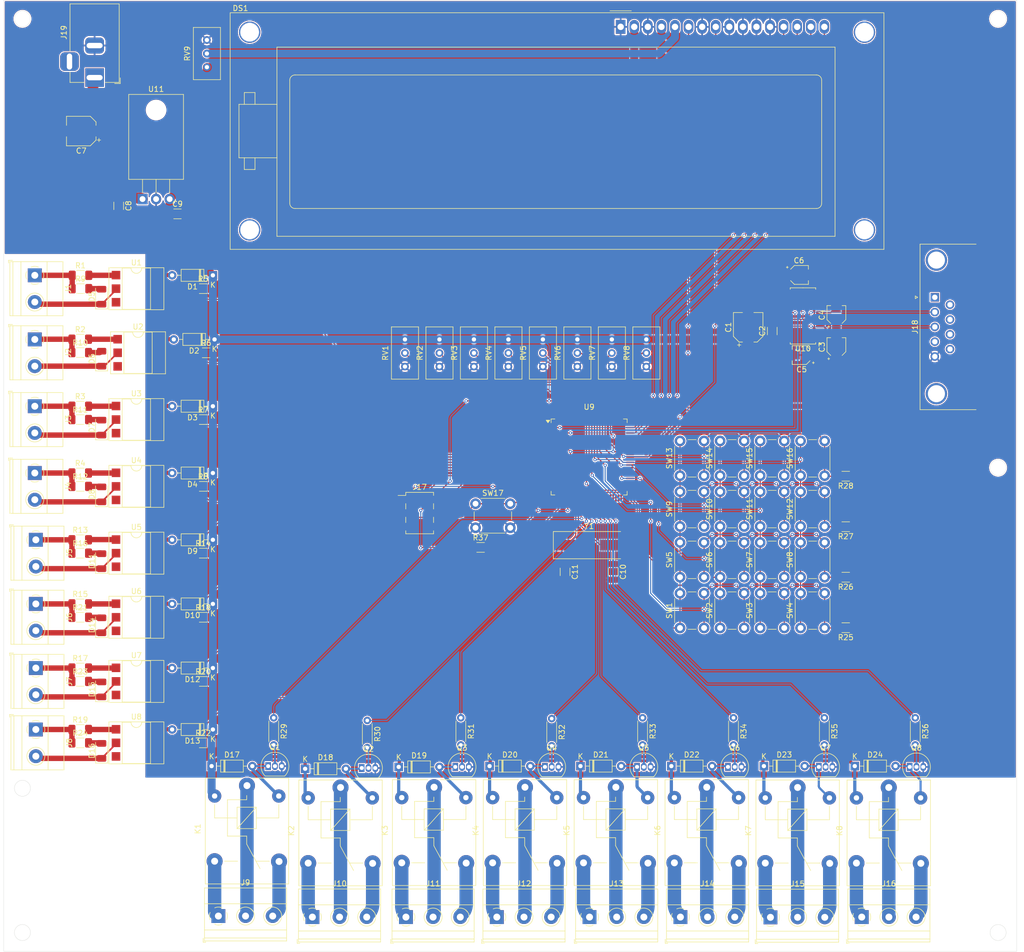
<source format=kicad_pcb>
(kicad_pcb (version 20240108) (generator "pcbnew") (generator_version "8.0")
  (layers (0 "F.Cu" signal) (31 "B.Cu" signal) (34 "B.Paste" user) (35 "F.Paste" user) (36 "B.SilkS" user "B.Silkscreen") (37 "F.SilkS" user "F.Silkscreen") (38 "B.Mask" user) (39 "F.Mask" user) (44 "Edge.Cuts" user))
  (net 0 "")
  (net 1 "GND")
  (net 2 "XTAL1")
  (net 3 "XTAL2")
  (net 4 "Net-(U10-C1-)")
  (net 5 "Net-(U10-C1+)")
  (net 6 "Net-(U10-C2-)")
  (net 7 "Net-(U10-C2+)")
  (net 8 "Net-(U10-VS+)")
  (net 9 "Net-(U10-VS-)")
  (net 10 "+5V")
  (net 11 "Net-(U11-IN)")
  (net 12 "Net-(D1-A)")
  (net 13 "Net-(D2-A)")
  (net 14 "Net-(D3-A)")
  (net 15 "Net-(D4-A)")
  (net 16 "Net-(D5-K)")
  (net 17 "Net-(D5-A)")
  (net 18 "Net-(D6-A)")
  (net 19 "Net-(D7-A)")
  (net 20 "Net-(D6-K)")
  (net 21 "Net-(D8-A)")
  (net 22 "Net-(D9-A)")
  (net 23 "Net-(D10-A)")
  (net 24 "Net-(D11-A)")
  (net 25 "Net-(D12-A)")
  (net 26 "Net-(D13-A)")
  (net 27 "Net-(D14-A)")
  (net 28 "Net-(D14-K)")
  (net 29 "Net-(D15-A)")
  (net 30 "Net-(D16-A)")
  (net 31 "Net-(D17-A)")
  (net 32 "Net-(D18-A)")
  (net 33 "Net-(D19-A)")
  (net 34 "Net-(D20-A)")
  (net 35 "Net-(D21-A)")
  (net 36 "Net-(D22-A)")
  (net 37 "Net-(D23-A)")
  (net 38 "Net-(D24-A)")
  (net 39 "D4")
  (net 40 "Net-(DS1-Vo)")
  (net 41 "D7")
  (net 42 "RS")
  (net 43 "D5")
  (net 44 "D6")
  (net 45 "E")
  (net 46 "Net-(J1-Pin_1)")
  (net 47 "Net-(J2-Pin_1)")
  (net 48 "Net-(J3-Pin_1)")
  (net 49 "Net-(J4-Pin_1)")
  (net 50 "Net-(J6-Pin_1)")
  (net 51 "Net-(J5-Pin_1)")
  (net 52 "Net-(J9-Pin_2)")
  (net 53 "Net-(J10-Pin_2)")
  (net 54 "Net-(J10-Pin_1)")
  (net 55 "Net-(J10-Pin_3)")
  (net 57 "Net-(U10-T1OUT)")
  (net 59 "Net-(U10-R1IN)")
  (net 60 "Net-(J7-Pin_1)")
  (net 61 "Net-(J8-Pin_1)")
  (net 62 "Net-(J11-Pin_2)")
  (net 63 "Net-(J11-Pin_1)")
  (net 64 "Net-(J11-Pin_3)")
  (net 65 "Net-(J12-Pin_1)")
  (net 66 "Net-(J12-Pin_3)")
  (net 67 "Net-(J12-Pin_2)")
  (net 68 "Net-(J13-Pin_2)")
  (net 69 "Net-(J13-Pin_1)")
  (net 70 "Net-(J13-Pin_3)")
  (net 71 "Net-(J14-Pin_2)")
  (net 72 "Net-(J14-Pin_1)")
  (net 73 "Net-(J14-Pin_3)")
  (net 74 "Net-(J15-Pin_2)")
  (net 75 "Net-(J15-Pin_3)")
  (net 76 "Net-(J15-Pin_1)")
  (net 77 "Net-(J16-Pin_3)")
  (net 78 "Net-(J16-Pin_1)")
  (net 79 "Net-(J16-Pin_2)")
  (net 83 "reset")
  (net 84 "MOSI")
  (net 85 "SCK")
  (net 86 "MISO")
  (net 88 "Net-(Q1-B)")
  (net 89 "Net-(Q2-B)")
  (net 90 "Net-(Q3-B)")
  (net 91 "Net-(Q4-B)")
  (net 92 "Net-(Q5-B)")
  (net 93 "Net-(Q6-B)")
  (net 94 "Net-(Q7-B)")
  (net 95 "Net-(Q8-B)")
  (net 96 "Net-(R3-Pad2)")
  (net 97 "I.0")
  (net 98 "I.1")
  (net 99 "I.2")
  (net 100 "I.3")
  (net 101 "O.0")
  (net 102 "L1")
  (net 103 "L2")
  (net 104 "L3")
  (net 105 "L4")
  (net 106 "Net-(R15-Pad2)")
  (net 107 "I.4")
  (net 108 "I.5")
  (net 109 "I.6")
  (net 110 "I.7")
  (net 111 "O.1")
  (net 112 "O.2")
  (net 113 "O.3")
  (net 114 "O.4")
  (net 115 "O.5")
  (net 116 "O.6")
  (net 117 "O.7")
  (net 118 "ADC0")
  (net 119 "ADC1")
  (net 120 "ADC2")
  (net 121 "ADC3")
  (net 122 "ADC4")
  (net 123 "ADC5")
  (net 124 "ADC6")
  (net 125 "ADC7")
  (net 126 "C1")
  (net 127 "C2")
  (net 128 "C3")
  (net 129 "C4")
  (net 135 "TX")
  (net 138 "RX")
  (net 157 "Net-(U9-VCC-Pad10)")
  (net 189 "Net-(D7-K)")
  (net 190 "Net-(D8-K)")
  (net 191 "Net-(D11-K)")
  (net 192 "Net-(D15-K)")
  (net 193 "Net-(D16-K)")
  (net 194 "Net-(R1-Pad2)")
  (net 195 "Net-(R2-Pad2)")
  (net 196 "Net-(R13-Pad2)")
  (net 197 "Net-(R17-Pad2)")
  (net 198 "Net-(R19-Pad2)")
  (net 199 "Net-(R4-Pad2)")
  (net 200 "Net-(J9-Pin_3)")
  (net 201 "Net-(J9-Pin_1)")
  (footprint "Connector_PinHeader_2.54mm:PinHeader_2x03_P2.54mm_Vertical_SMD" (layer "F.Cu") (at 90.3 108.5)
    (property "Reference" "J17")
    (property "Value" "Conn_02x03_Odd_Even")
  )
  (footprint "Capacitor_SMD:C_1206_3216Metric" (layer "F.Cu") (at 34 51 -90)
    (property "Reference" "C8")
    (property "Value" "100nF")
  )
  (footprint "Diode_THT:D_DO-35_SOD27_P7.62mm_Horizontal" (layer "F.Cu") (at 51.62 101 180)
    (property "Reference" "D4")
    (property "Value" "1N4148")
  )
  (footprint "Capacitor_SMD:C_1206_3216Metric" (layer "F.Cu") (at 117.5 119.5 -90)
    (property "Reference" "C11")
    (property "Value" "22pF")
  )
  (footprint "Potentiometer_THT:Potentiometer_Bourns_3296W_Vertical" (layer "F.Cu") (at 94 76 90)
    (property "Reference" "RV2")
    (property "Value" "10k")
  )
  (footprint "Potentiometer_THT:Potentiometer_Bourns_3296W_Vertical" (layer "F.Cu") (at 119.8 76 90)
    (property "Reference" "RV6")
    (property "Value" "10k")
  )
  (footprint "Resistor_SMD:R_1206_3216Metric_Pad1.30x1.75mm_HandSolder" (layer "F.Cu") (at 26.81 88.5)
    (property "Reference" "R3")
    (property "Value" "10k")
  )
  (footprint "Button_Switch_THT:SW_PUSH_6mm_H4.3mm" (layer "F.Cu") (at 161.55 101.5 90)
    (property "Reference" "SW16")
    (property "Value" "SW_Push")
  )
  (footprint "Capacitor_SMD:CP_Elec_3x5.3" (layer "F.Cu") (at 168.25 77.430001 90)
    (property "Reference" "C3")
    (property "Value" "1uF")
  )
  (footprint "Potentiometer_THT:Potentiometer_Bourns_3296W_Vertical" (layer "F.Cu") (at 106.9 76 90)
    (property "Reference" "RV4")
    (property "Value" "10k")
  )
  (footprint "Relay_THT:Relay_SPDT_SANYOU_SRD_Series_Form_C" (layer "F.Cu") (at 58 159.5 -90)
    (property "Reference" "K1")
    (property "Value" "SANYOU_SRD_Form_C")
  )
  (footprint "Button_Switch_THT:SW_PUSH_6mm_H4.3mm" (layer "F.Cu") (at 146.5 111 90)
    (property "Reference" "SW10")
    (property "Value" "SW_Push")
  )
  (footprint "Diode_THT:D_DO-35_SOD27_P7.62mm_Horizontal" (layer "F.Cu") (at 154.69 155.85)
    (property "Reference" "D23")
    (property "Value" "1N4148")
  )
  (footprint "LED_SMD:LED_1206_3216Metric" (layer "F.Cu") (at 30.81 105 90)
    (property "Reference" "D8")
    (property "Value" "LED")
  )
  (footprint "Resistor_SMD:R_1206_3216Metric_Pad1.30x1.75mm_HandSolder" (layer "F.Cu") (at 26.81 125.5)
    (property "Reference" "R15")
    (property "Value" "10k")
  )
  (footprint "Resistor_SMD:R_1206_3216Metric_Pad1.30x1.75mm_HandSolder" (layer "F.Cu") (at 26.81 149)
    (property "Reference" "R19")
    (property "Value" "10k")
  )
  (footprint "Package_TO_SOT_THT:TO-92_Inline" (layer "F.Cu") (at 181.96 156)
    (property "Reference" "Q8")
    (property "Value" "BC548")
  )
  (footprint "Diode_THT:D_DO-35_SOD27_P7.62mm_Horizontal" (layer "F.Cu") (at 137.38 155.85)
    (property "Reference" "D22")
    (property "Value" "1N4148")
  )
  (footprint "Resistor_SMD:R_1206_3216Metric_Pad1.30x1.75mm_HandSolder" (layer "F.Cu") (at 101.7 114.92)
    (property "Reference" "R37")
    (property "Value" "10k")
  )
  (footprint "Button_Switch_THT:SW_PUSH_6mm_H4.3mm" (layer "F.Cu") (at 139 130 90)
    (property "Reference" "SW1")
    (property "Value" "SW_Push")
  )
  (footprint "TerminalBlock_Phoenix:TerminalBlock_Phoenix_MKDS-1,5-2_1x02_P5.00mm_Horizontal" (layer "F.Cu") (at 18.31 64 -90)
    (property "Reference" "J1")
    (property "Value" "Conn_01x02")
  )
  (footprint "TerminalBlock_Phoenix:TerminalBlock_Phoenix_MKDS-1,5-3-5.08_1x03_P5.08mm_Horizontal" (layer "F.Cu") (at 104.735 184.11)
    (property "Reference" "J12")
    (property "Value" "Conn_01x03")
  )
  (footprint "Diode_THT:D_DO-35_SOD27_P7.62mm_Horizontal" (layer "F.Cu") (at 51.62 149 180)
    (property "Reference" "D13")
    (property "Value" "1N4148")
  )
  (footprint "Display:HY1602E" (layer "F.Cu") (at 127.90042 17.49924)
    (property "Reference" "DS1")
    (property "Value" "HY1602E")
  )
  (footprint "TerminalBlock_Phoenix:TerminalBlock_Phoenix_MKDS-1,5-3-5.08_1x03_P5.08mm_Horizontal" (layer "F.Cu") (at 139.075 184.11)
    (property "Reference" "J14")
    (property "Value" "Conn_01x03")
  )
  (footprint "Capacitor_SMD:C_1206_3216Metric" (layer "F.Cu") (at 156.25 74.430001 90)
    (property "Reference" "C2")
    (property "Value" "100nF")
  )
  (footprint "Diode_THT:D_DO-35_SOD27_P7.62mm_Horizontal" (layer "F.Cu") (at 68.88 156.35)
    (property "Reference" "D18")
    (property "Value" "1N4148")
  )
  (footprint "Resistor_THT:R_Axial_DIN0204_L3.6mm_D1.6mm_P5.08mm_Horizontal" (layer "F.Cu") (at 63 146.81 -90)
    (property "Reference" "R29")
    (property "Value" "1k")
  )
  (footprint "Resistor_SMD:R_1206_3216Metric_Pad1.30x1.75mm_HandSolder" (layer "F.Cu") (at 26.81 128)
    (property "Reference" "R21")
    (property "Value" "1k")
  )
  (footprint "Package_DIP:DIP-6_W7.62mm_SMDSocket_SmallPads" (layer "F.Cu") (at 37.31 140)
    (property "Reference" "U7")
    (property "Value" "4N25")
  )
  (footprint "Button_Switch_THT:SW_PUSH_6mm_H4.3mm" (layer "F.Cu") (at 154 130 90)
    (property "Reference" "SW3")
    (property "Value" "SW_Push")
  )
  (footprint "Button_Switch_THT:SW_PUSH_6mm_H4.3mm" (layer "F.Cu") (at 154 101.5 90)
    (property "Reference" "SW15")
    (property "Value" "SW_Push")
  )
  (footprint "Button_Switch_THT:SW_PUSH_6mm_H4.3mm" (layer "F.Cu") (at 100.75 106.75)
    (property "Reference" "SW17")
    (property "Value" "SW_Push")
  )
  (footprint "Resistor_SMD:R_1206_3216Metric_Pad1.30x1.75mm_HandSolder" (layer "F.Cu") (at 170 120.5 180)
    (property "Reference" "R26")
    (property "Value" "10k")
  )
  (footprint "Package_TO_SOT_THT:TO-92_Inline" (layer "F.Cu") (at 61.96 155.86)
    (property "Reference" "Q1")
    (property "Value" "BC548")
  )
  (footprint "Diode_THT:D_DO-35_SOD27_P7.62mm_Horizontal" (layer "F.Cu") (at 86.38 156)
    (property "Reference" "D19")
    (property "Value" "1N4148")
  )
  (footprint "TerminalBlock_Phoenix:TerminalBlock_Phoenix_MKDS-1,5-2_1x02_P5.00mm_Horizontal" (layer "F.Cu") (at 18.505 149 -90)
    (property "Reference" "J8")
    (property "Value" "Conn_01x02")
  )
  (footprint "Package_TO_SOT_THT:TO-92_Inline" (layer "F.Cu") (at 147.96 156)
    (property "Reference" "Q6")
    (property "Value" "BC548")
  )
  (footprint "Package_DIP:DIP-6_W7.62mm_SMDSocket_SmallPads" (layer "F.Cu") (at 37.62 78.5)
    (property "Reference" "U2")
    (property "Value" "4N25")
  )
  (footprint "Resistor_SMD:R_1206_3216Metric_Pad1.30x1.75mm_HandSolder" (layer "F.Cu") (at 26.81 101)
    (property "Reference" "R4")
    (property "Value" "10k")
  )
  (footprint "Capacitor_SMD:CP_Elec_3x5.3" (layer "F.Cu") (at 161.25 63.930001)
    (property "Reference" "C6")
    (property "Value" "1uF")
  )
  (footprint "TerminalBlock_Phoenix:TerminalBlock_Phoenix_MKDS-1,5-3-5.08_1x03_P5.08mm_Horizontal" (layer "F.Cu") (at 155.915 184.155)
    (property "Reference" "J15")
    (property "Value" "Conn_01x03")
  )
  (footprint "Package_TO_SOT_THT:TO-92_Inline" (layer "F.Cu") (at 96.96 156)
    (property "Reference" "Q3")
    (property "Value" "BC548")
  )
  (footprint "Button_Switch_THT:SW_PUSH_6mm_H4.3mm" (layer "F.Cu") (at 139 101.5 90)
    (property "Reference" "SW13")
    (property "Value" "SW_Push")
  )
  (footprint "Package_DIP:DIP-6_W7.62mm_SMDSocket_SmallPads" (layer "F.Cu") (at 37.31 103.5)
    (property "Reference" "U4")
    (property "Value" "4N25")
  )
  (footprint "Package_DIP:DIP-6_W7.62mm_SMDSocket_SmallPads" (layer "F.Cu") (at 37.31 151.5)
    (property "Reference" "U8")
    (property "Value" "4N25")
  )
  (footprint "TerminalBlock_Phoenix:TerminalBlock_Phoenix_MKDS-1,5-3-5.08_1x03_P5.08mm_Horizontal" (layer "F.Cu") (at 87.735 184.11)
    (property "Reference" "J11")
    (property "Value" "Conn_01x03")
  )
  (footprint "Resistor_THT:R_Axial_DIN0204_L3.6mm_D1.6mm_P5.08mm_Horizontal" (layer "F.Cu") (at 149 146.81 -90)
    (property "Reference" "R34")
    (property "Value" "1k")
  )
  (footprint "Capacitor_SMD:CP_Elec_3x5.3" (layer "F.Cu") (at 161.75 78.930001 180)
    (property "Reference" "C5")
    (property "Value" "1uF")
  )
  (footprint "Resistor_SMD:R_1206_3216Metric_Pad1.30x1.75mm_HandSolder" (layer "F.Cu") (at 26.81 113.5)
    (property "Reference" "R13")
    (property "Value" "10k")
  )
  (footprint "Diode_THT:D_DO-35_SOD27_P7.62mm_Horizontal" (layer "F.Cu") (at 51.62 137.5 180)
    (property "Reference" "D12")
    (property "Value" "1N4148")
  )
  (footprint "Capacitor_SMD:CP_Elec_5x5.7" (layer "F.Cu") (at 27 37 180)
    (property "Reference" "C7")
    (property "Value" "10uF/35V")
  )
  (footprint "Capacitor_SMD:C_1206_3216Metric" (layer "F.Cu") (at 45 52.5)
    (property "Reference" "C9")
    (property "Value" "100nF")
  )
  (footprint "Resistor_SMD:R_1206_3216Metric_Pad1.30x1.75mm_HandSolder" (layer "F.Cu") (at 26.81 116)
    (property "Reference" "R16")
    (property "Value" "1k")
  )
  (footprint "Button_Switch_THT:SW_PUSH_6mm_H4.3mm" (layer "F.Cu") (at 154 120.5 90)
    (property "Reference" "SW7")
    (property "Value" "SW_Push")
  )
  (footprint "Package_TO_SOT_THT:TO-92_Inline" (layer "F.Cu") (at 79.46 156.21)
    (property "Reference" "Q2")
    (property "Value" "BC548")
  )
  (footprint "Relay_THT:Relay_SPDT_SANYOU_SRD_Series_Form_C" (layer "F.Cu") (at 110 159.8 -90)
    (property "Reference" "K4")
    (property "Value" "SANYOU_SRD_Form_C")
  )
  (footprint "Button_Switch_THT:SW_PUSH_6mm_H4.3mm" (layer "F.Cu") (at 146.5 130 90)
    (property "Reference" "SW2")
    (property "Value" "SW_Push")
  )
  (footprint "Diode_THT:D_DO-35_SOD27_P7.62mm_Horizontal" (layer "F.Cu") (at 51.62 125.5 180)
    (property "Reference" "D10")
    (property "Value" "1N4148")
  )
  (footprint "Potentiometer_THT:Potentiometer_Bourns_3296W_Vertical" (layer "F.Cu") (at 113.35 76 90)
    (property "Reference" "RV5")
    (property "Value" "10k")
  )
  (footprint "TerminalBlock_Phoenix:TerminalBlock_Phoenix_MKDS-1,5-2_1x02_P5.00mm_Horizontal" (layer "F.Cu") (at 18.31 101 -90)
    (property "Reference" "J4")
    (property "Value" "Conn_01x02")
  )
  (footprint "Relay_THT:Relay_SPDT_SANYOU_SRD_Series_Form_C" (layer "F.Cu") (at 93 159.8 -90)
    (property "Reference" "K3")
    (property "Value" "SANYOU_SRD_Form_C")
  )
  (footprint "Package_TO_SOT_THT:TO-92_Inline" (layer "F.Cu") (at 130.96 156)
    (property "Reference" "Q5")
    (property "Value" "BC548")
  )
  (footprint "LED_SMD:LED_1206_3216Metric" (layer "F.Cu") (at 30.81 68 90)
    (property "Reference" "D5")
    (property "Value" "LED")
  )
  (footprint "LED_SMD:LED_1206_3216Metric" (layer "F.Cu") (at 30.81 141.5 90)
    (property "Reference" "D15")
    (property "Value" "LED")
  )
  (footprint "Package_DIP:DIP-6_W7.62mm_SMDSocket_SmallPads" (layer "F.Cu") (at 37.31 66.5)
    (property "Reference" "U1")
    (property "Value" "4N25")
  )
  (footprint "Diode_THT:D_DO-35_SOD27_P7.62mm_Horizontal" (layer "F.Cu") (at 171.69 155.85)
    (property "Reference" "D24")
    (property "Value" "1N4148")
  )
  (footprint "Button_Switch_THT:SW_PUSH_6mm_H4.3mm" (layer "F.Cu") (at 161.55 120.5 90)
    (property "Reference" "SW8")
    (property "Value" "SW_Push")
  )
  (footprint "TerminalBlock_Phoenix:TerminalBlock_Phoenix_MKDS-1,5-3-5.08_1x03_P5.08mm_Horizontal" (layer "F.Cu") (at 70.235 184.11)
    (property "Reference" "J10")
    (property "Value" "Conn_01x03")
  )
  (footprint "Resistor_THT:R_Axial_DIN0204_L3.6mm_D1.6mm_P5.08mm_Horizontal" (layer "F.Cu") (at 98 146.81 -90)
    (property "Reference" "R31")
    (property "Value" "1k")
  )
  (footprint "TerminalBlock_Phoenix:TerminalBlock_Phoenix_MKDS-1,5-3-5.08_1x03_P5.08mm_Horizontal" (layer "F.Cu") (at 172.99 184.11)
    (property "Reference" "J16")
    (property "Value" "Conn_01x03")
  )
  (footprint "Button_Switch_THT:SW_PUSH_6mm_H4.3mm" (layer "F.Cu") (at 139 111 90)
    (property "Reference" "SW9")
    (property "Value" "SW_Push")
  )
  (footprint "Resistor_SMD:R_1206_3216Metric_Pad1.30x1.75mm_HandSolder" (layer "F.Cu") (at 50.36 78.5)
    (property "Reference" "R6")
    (property "Value" "10k")
  )
  (footprint "Capacitor_SMD:C_1206_3216Metric" (layer "F.Cu") (at 126.5 119.5 -90)
    (property "Reference" "C10")
    (property "Value" "22pF")
  )
  (footprint "Resistor_SMD:R_1206_3216Metric_Pad1.30x1.75mm_HandSolder" (layer "F.Cu") (at 49.81 91)
    (property "Reference" "R7")
    (property "Value" "10k")
  )
  (footprint "Resistor_THT:R_Axial_DIN0204_L3.6mm_D1.6mm_P5.08mm_Horizontal" (layer "F.Cu") (at 183 146.81 -90)
    (property "Reference" "R36")
    (property "Value" "1k")
  )
  (footprint "Package_TO_SOT_THT:TO-92_Inline" (layer "F.Cu") (at 164.96 156)
    (property "Reference" "Q7")
    (property "Value" "BC548")
  )
  (footprint "Resistor_THT:R_Axial_DIN0204_L3.6mm_D1.6mm_P5.08mm_Horizontal" (layer "F.Cu") (at 80.5 147.31 -90)
    (property "Reference" "R30")
    (property "Value" "1k")
  )
  (footprint "Resistor_THT:R_Axial_DIN0204_L3.6mm_D1.6mm_P5.08mm_Horizontal" (layer "F.Cu") (at 166 146.81 -90)
    (property "Reference" "R35")
    (property "Value" "1k")
  )
  (footprint "Relay_THT:Relay_SPDT_SANYOU_SRD_Series_Form_C" (layer "F.Cu") (at 178.05 159.85 -90)
    (property "Reference" "K8")
    (property "Value" "SANYOU_SRD_Form_C")
  )
  (footprint "Connector_Dsub:DSUB-9_Female_Horizontal_P2.77x2.84mm_EdgePinOffset4.94mm_Housed_MountingHolesOffset7.48mm" (layer "F.Cu") (at 186.66 68.115 90)
    (property "Reference" "J18")
    (property "Value" "DE9_Plug")
  )
  (footprint "Diode_THT:D_DO-35_SOD27_P7.62mm_Horizontal" (layer "F.Cu") (at 51.62 113.5 180)
    (property "Reference" "D9")
    (property "Value" "1N4148")
  )
  (footprint "Resistor_SMD:R_1206_3216Metric_Pad1.30x1.75mm_HandSolder" (layer "F.Cu") (at 26.81 103.5)
    (property "Reference" "R12")
    (property "Value" "1k")
  )
  (footprint "Diode_THT:D_DO-35_SOD27_P7.62mm_Horizontal" (layer "F.Cu") (at 51.93 76 180)
    (property "Reference" "D2")
    (property "Value" "1N4148")
  )
  (footprint "Resistor_SMD:R_1206_3216Metric_Pad1.30x1.75mm_HandSolder" (layer "F.Cu") (at 26.81 75.96)
    (property "Reference" "R2")
    (property "Value" "10k")
  )
  (footprint "Resistor_SMD:R_1206_3216Metric_Pad1.30x1.75mm_HandSolder" (layer "F.Cu") (at 26.86 64)
    (property "Reference" "R1")
    (property "Value" "10k")
  )
  (footprint "LED_SMD:LED_1206_3216Metric" (layer "F.Cu") (at 30.81 129.5 90)
    (property "Reference" "D14")
    (property "Value" "LED")
  )
  (footprint "TerminalBlock_Phoenix:TerminalBlock_Phoenix_MKDS-1,5-3-5.08_1x03_P5.08mm_Horizontal" (layer "F.Cu") (at 52.65 183.915)
    (property "Reference" "J9")
    (property "Value" "Conn_01x03")
  )
  (footprint "TerminalBlock_Phoenix:TerminalBlock_Phoenix_MKDS-1,5-2_1x02_P5.00mm_Horizontal" (layer "F.Cu") (at 18.505 125.5 -90)
    (property "Reference" "J6")
    (property "Value" "Conn_01x02")
  )
  (footprint "Resistor_SMD:R_1206_3216Metric_Pad1.30x1.75mm_HandSolder" (layer "F.Cu") (at 49.81 151.5)
    (property "Reference" "R22")
    (property "Value" "10k")
  )
  (footprint "Package_DIP:DIP-6_W7.62mm_SMDSocket_SmallPads" (layer "F.Cu") (at 37.31 91)
    (property "Reference" "U3")
    (property "Value" "4N25")
  )
  (footprint "Package_DIP:DIP-6_W7.62mm_SMDSocket_SmallPads" (layer "F.Cu") (at 37.31 128)
    (property "Reference" "U6")
    (property "Value" "4N25")
  )
  (footprint "Diode_THT:D_DO-35_SOD27_P7.62mm_Horizontal" (layer "F.Cu") (at 51.62 64 180)
    (property "Reference" "D1")
    (property "Value" "1N4148")
  )
  (footprint "LED_SMD:LED_1206_3216Metric" (layer "F.Cu") (at 30.81 79.6 90)
    (property "Reference" "D6")
    (property "Value" "LED")
  )
  (footprint "Package_SO:SOIC-16_4.55x10.3mm_P1.27mm" (layer "F.Cu") (at 162 71.605001 180)
    (property "Reference" "U10")
    (property "Value" "MAX232")
  )
  (footprint "Package_QFP:TQFP-100_14x14mm_P0.5mm" (layer "F.Cu") (at 122 98)
    (property "Reference" "U9")
    (property "Value" "ATmega2560-16A")
  )
  (footprint "Resistor_SMD:R_1206_3216Metric_Pad1.30x1.75mm_HandSolder" (layer "F.Cu") (at 26.81 140)
    (property "Reference" "R23")
    (property "Value" "1k")
  )
  (footprint "Capacitor_SMD:CP_Elec_3x5.3" (layer "F.Cu") (at 168.25 71.430001 90)
    (property "Reference" "C4")
    (property "Value" "1uF")
  )
  (footprint "Resistor_SMD:R_1206_3216Metric_Pad1.30x1.75mm_HandSolder" (layer "F.Cu") (at 49.81 116)
    (property "Reference" "R14")
    (property "Value" "10k")
  )
  (footprint "LED_SMD:LED_1206_3216Metric" (layer "F.Cu") (at 30.81 92.5 90)
    (property "Reference" "D7")
    (property "Value" "LED")
  )
  (footprint "TerminalBlock_Phoenix:TerminalBlock_Phoenix_MKDS-1,5-2_1x02_P5.00mm_Horizontal" (layer "F.Cu") (at 18.31 88.5 -90)
    (property "Reference" "J3")
    (property "Value" "Conn_01x02")
  )
  (footprint "Resistor_SMD:R_1206_3216Metric_Pad1.30x1.75mm_HandSolder" (layer "F.Cu") (at 26.81 137.5)
    (property "Reference" "R17")
    (property "Value" "10k")
  )
  (footprint "Button_Switch_THT:SW_PUSH_6mm_H4.3mm" (layer "F.Cu") (at 146.5 101.5 90)
    (property "Reference" "SW14")
    (property "Value" "SW_Push")
  )
  (footprint "Resistor_SMD:R_1206_3216Metric_Pad1.30x1.75mm_HandSolder" (layer "F.Cu") (at 49.81 140)
    (property "Reference" "R20")
    (property "Value" "10k")
  )
  (footprint "Package_TO_SOT_THT:TO-92_Inline" (layer "F.Cu") (at 113.73 156)
    (property "Reference" "Q4")
    (property "Value" "BC548")
  )
  (footprint "Resistor_SMD:R_1206_3216Metric_Pad1.30x1.75mm_HandSolder" (layer "F.Cu") (at 26.81 91)
    (property "Reference" "R11")
    (property "Value" "1k")
  )
  (footprint "Connector_BarrelJack:BarrelJack_Horizontal" (layer "F.Cu") (at 29.5 27 -90)
    (property "Reference" "J19")
    (property "Value" "Jack-DC")
  )
  (footprint "Button_Switch_THT:SW_PUSH_6mm_H4.3mm" (layer "F.Cu") (at 161.55 130 90)
    (property "Reference" "SW4")
    (property "Value" "SW_Push")
  )
  (footprint "Diode_THT:D_DO-35_SOD27_P7.62mm_Horizontal" (layer "F.Cu") (at 51.38 155.85)
    (property "Reference" "D17")
    (property "Value" "1N4148")
  )
  (footprint "Potentiometer_THT:Potentiometer_Bourns_3296W_Vertical" (layer "F.Cu") (at 100.45 76 90)
    (property "Reference" "RV3")
    (property "Value" "10k")
  )
  (footprint "Resistor_SMD:R_1206_3216Metric_Pad1.30x1.75mm_HandSolder" (layer "F.Cu") (at 26.86 66.5)
    (property "Reference" "R9")
    (property "Value" "1k")
  )
  (footprint "Resistor_SMD:R_1206_3216Metric_Pad1.30x1.75mm_HandSolder" (layer "F.Cu") (at 170 111.05 180)
    (property "Reference" "R27")
    (property "Value" "10k")
  )
  (footprint "TerminalBlock_Phoenix:TerminalBlock_Phoenix_MKDS-1,5-3-5.08_1x03_P5.08mm_Horizontal" (layer "F.Cu") (at 122.075 184.11)
    (property "Reference" "J13")
    (property "Value" "Conn_01x03")
  )
  (footprint "Potentiometer_THT:Potentiometer_Bourns_3296W_Vertical" (layer "F.Cu") (at 50.5 19.96 90)
    (property "Reference" "RV9")
    (property "Value" "10K")
  )
  (footprint "Package_TO_SOT_THT:TO-220-3_Horizontal_TabDown" (layer "F.Cu") (at 38.46 49.73)
    (property "Reference" "U11")
    (property "Value" "L7805")
  )
  (footprint "Package_DIP:DIP-6_W7.62mm_SMDSocket_SmallPads" (layer "F.Cu") (at 37.31 116)
    (property "Reference" "U5")
    (property "Value" "4N25")
  )
  (footprint "Potentiometer_THT:Potentiometer_Bourns_3296W_Vertical" (layer "F.Cu") (at 126.25 76 90)
    (property "Reference" "RV7")
    (property "Value" "10k")
  )
  (footprint "LED_SMD:LED_1206_3216Metric" (layer "F.Cu") (at 30.81 153 90)
    (property "Reference" "D16")
    (property "Value" "LED")
  )
  (footprint "Capacitor_SMD:CP_Elec_5x5.7" (layer "F.Cu") (at 151.75 73.730001 90)
    (property "Reference" "C1")
    (property "Value" "10uF/35V")
  )
  (footprint "Relay_THT:Relay_SPDT_SANYOU_SRD_Series_Form_C" (layer "F.Cu") (at 144 159.8 -90)
    (property "Reference" "K6")
    (property "Value" "SANYOU_SRD_Form_C")
  )
  (footprint "Potentiometer_THT:Potentiometer_Bourns_3296W_Vertical" (layer "F.Cu") (at 132.7 76 90)
    (property "Reference" "RV8")
    (property "Value" "10k")
  )
  (footprint "Diode_THT:D_DO-35_SOD27_P7.62mm_Horizontal" (layer "F.Cu") (at 120.38 155.85)
    (property "Reference" "D21")
    (property "Value" "1N4148")
  )
  (footprint "TerminalBlock_Phoenix:TerminalBlock_Phoenix_MKDS-1,5-2_1x02_P5.00mm_Horizontal" (layer "F.Cu") (at 18.31 76 -90)
    (property "Reference" "J2")
    (property "Value" "Conn_01x02")
  )
  (footprint "Crystal:Crystal_SMD_HC49-SD" (layer "F.Cu") (at 122 114.5)
    (property "Reference" "Y1")
    (property "Value" "16MHz")
  )
  (footprint "Relay_THT:Relay_SPDT_SANYOU_SRD_Series_Form_C" (layer "F.Cu") (at 127 159.8 -90)
    (property "Reference" "K5")
    (property "Value" "SANYOU_SRD_Form_C")
  )
  (footprint "Button_Switch_THT:SW_PUSH_6mm_H4.3mm" (layer "F.Cu") (at 146.5 120.5 90)
    (property "Reference" "SW6")
    (property "Value" "SW_Push")
  )
  (footprint "Button_Switch_THT:SW_PUSH_6mm_H4.3mm" (layer "F.Cu") (at 161.55 111 90)
    (property "Reference" "SW12")
    (property "Value" "SW_Push")
  )
  (footprint "Button_Switch_THT:SW_PUSH_6mm_H4.3mm" (layer "F.Cu") (at 139 120.5 90)
    (property "Reference" "SW5")
    (property "Value" "SW_Push")
  )
  (footprint "Resistor_SMD:R_1206_3216Metric_Pad1.30x1.75mm_HandSolder" (layer "F.Cu") (at 49.81 66.5)
    (property "Reference" "R5")
    (property "Value" "10k")
  )
  (footprint "TerminalBlock_Phoenix:TerminalBlock_Phoenix_MKDS-1,5-2_1x02_P5.00mm_Horizontal" (layer "F.Cu") (at 18.505 113.5 -90)
    (property "Reference" "J5")
    (property "Value" "Conn_01x02")
  )
  (footprint "Resistor_SMD:R_1206_3216Metric_Pad1.30x1.75mm_HandSolder" (layer "F.Cu") (at 49.81 128)
    (property "Reference" "R18")
    (property "Value" "10k")
  )
  (footprint "Diode_THT:D_DO-35_SOD27_P7.62mm_Horizontal" (layer "F.Cu") (at 103.38 155.85)
    (property "Reference" "D20")
    (property "Value" "1N4148")
  )
  (footprint "Resistor_SMD:R_1206_3216Metric_Pad1.30x1.75mm_HandSolder" (layer "F.Cu") (at 26.81 151.5)
    (property "Reference" "R24")
    (property "Value" "1k")
  )
  (footprint "LED_SMD:LED_1206_3216Metric" (layer "F.Cu") (at 30.81 117.5 90)
    (property "Reference" "D11")
    (property "Value" "LED")
  )
  (footprint "TerminalBlock_Phoenix:TerminalBlock_Phoenix_MKDS-1,5-2_1x02_P5.00mm_Horizontal" (layer "F.Cu") (at 18.505 137.5 -90)
    (property "Reference" "J7")
    (property "Value" "Conn_01x02")
  )
  (footprint "Relay_THT:Relay_SPDT_SANYOU_SRD_Series_Form_C" (layer "F.Cu") (at 75.5 159.85 -90)
    (property "Reference" "K2")
    (property "Value" "SANYOU_SRD_Form_C")
  )
  (footprint "Resistor_THT:R_Axial_DIN0204_L3.6mm_D1.6mm_P5.08mm_Horizontal" (layer "F.Cu") (at 115 146.96 -90)
    (property "Reference" "R32")
    (property "Value" "1k")
  )
  (footprint "Resistor_THT:R_Axial_DIN0204_L3.6mm_D1.6mm_P5.08mm_Horizontal" (layer "F.Cu") (at 132 146.81 -90)
    (property "Reference" "R33")
    (property "Value" "1k")
  )
  (footprint "Resistor_SMD:R_1206_3216Metric_Pad1.30x1.75mm_HandSolder" (layer "F.Cu") (at 49.81 103.5)
    (property "Reference" "R8")
    (property "Value" "10k")
  )
  (footprint "Relay_THT:Relay_SPDT_SANYOU_SRD_Series_Form_C" (layer "F.Cu") (at 161 159.85 -90)
    (property "Reference" "K7")
    (property "Value" "SANYOU_SRD_Form_C")
  )
  (footprint "Diode_THT:D_DO-35_SOD27_P7.62mm_Horizontal" (layer "F.Cu") (at 51.62 88.5 180)
    (property "Reference" "D3")
    (property "Value" "1N4148")
  )
  (footprint "Resistor_SMD:R_1206_3216Metric_Pad1.30x1.75mm_HandSolder" (layer "F.Cu") (at 170 129.95 180)
    (property "Reference" "R25")
    (property "Value" "10k")
  )
  (footprint "Resistor_SMD:R_1206_3216Metric_Pad1.30x1.75mm_HandSolder" (layer "F.Cu") (at 26.81 78.46)
    (property "Reference" "R10")
    (property "Value" "1k")
  )
  (footprint "Button_Switch_THT:SW_PUSH_6mm_H4.3mm" (layer "F.Cu") (at 154 111 90)
    (property "Reference" "SW11")
    (property "Value" "SW_Push")
  )
  (footprint "Resistor_SMD:R_1206_3216Metric_Pad1.30x1.75mm_HandSolder" (layer "F.Cu") (at 170 101.6 180)
    (property "Reference" "R28")
    (property "Value" "10k")
  )
  (footprint "Potentiometer_THT:Potentiometer_Bourns_3296W_Vertical" (layer "F.Cu") (at 87.55 76 90)
    (property "Reference" "RV1")
    (property "Value" "10k")
  )
  (gr_circle (center 198.5 100) (end 200 100) (stroke (width 0.05)) (fill none) (layer "Edge.Cuts"))
  (gr_circle (center 16 16) (end 17.5 16) (stroke (width 0.05)) (fill none) (layer "Edge.Cuts"))
  (gr_circle (center 16 187) (end 17.5 187) (stroke (width 0.05)) (fill none) (layer "Edge.Cuts"))
  (gr_circle (center 198.5 16) (end 200 16) (stroke (width 0.05)) (fill none) (layer "Edge.Cuts"))
  (gr_circle (center 16 160) (end 17.5 160) (stroke (width 0.05)) (fill none) (layer "Edge.Cuts"))
  (gr_circle (center 198.5 187) (end 200 187) (stroke (width 0.05)) (fill none) (layer "Edge.Cuts"))
  (gr_rect (start 12.5 12.5) (end 202 190.5) (stroke (width 0.05)) (fill none) (layer "Edge.Cuts"))
  (segment (start 126.5 118.025) (end 126.5 114.957107) (width 0.2) (layer "F.Cu") (net 2))
  (segment (start 123.774697 114.207107) (end 120.292893 110.725303) (width 0.2) (layer "F.Cu") (net 2))
  (segment (start 120 110.018196) (end 120 105.6625) (width 0.2) (layer "F.Cu") (net 2))
  (segment (start 126.353553 114.603553) (end 126.25 114.5) (width 0.2) (layer "F.Cu") (net 2))
  (segment (start 126.25 114.5) (end 124.481804 114.5) (width 0.2) (layer "F.Cu") (net 2))
  (arc (start 124.481804 114.5) (mid 124.09912 114.42388) (end 123.774697 114.207107) (width 0.2) (layer "F.Cu") (net 2))
  (arc (start 126.5 114.957107) (mid 126.46194 114.765765) (end 126.353553 114.603553) (width 0.2) (layer "F.Cu") (net 2))
  (arc (start 120.292893 110.725303) (mid 120.07612 110.40088) (end 120 110.018196) (width 0.2) (layer "F.Cu") (net 2))
  (segment (start 117.75 114.5) (end 119.207107 113.042893) (width 0.2) (layer "F.Cu") (net 3))
  (segment (start 119.5 112.335786) (end 119.5 105.6625) (width 0.2) (layer "F.Cu") (net 3))
  (segment (start 117.5 118.025) (end 117.5 114.957107) (width 0.2) (layer "F.Cu") (net 3))
  (segment (start 117.646447 114.603553) (end 117.75 114.5) (width 0.2) (layer "F.Cu") (net 3))
  (arc (start 119.207107 113.042893) (mid 119.42388 112.718469) (end 119.5 112.335786) (width 0.2) (layer "F.Cu") (net 3))
  (arc (start 117.646447 114.603553) (mid 117.53806 114.765765) (end 117.5 114.957107) (width 0.2) (layer "F.Cu") (net 3))
  (segment (start 168.25 75.930001) (end 165.917868 73.597869) (width 0.3) (layer "F.Cu") (net 4))
  (segment (start 165.705736 73.510001) (end 165.25 73.510001) (width 0.2) (layer "F.Cu") (net 4))
  (arc (start 165.917868 73.597869) (mid 165.820541 73.532837) (end 165.705736 73.510001) (width 0.3) (layer "F.Cu") (net 4))
  (segment (start 168.071421 78.871422) (end 165.25 76.050001) (width 0.3) (layer "F.Cu") (net 5))
  (segment (start 168.25 78.930001) (end 168.212843 78.930001) (width 0.2) (layer "F.Cu") (net 5))
  (arc (start 168.071421 78.871422) (mid 168.136306 78.914777) (end 168.212843 78.930001) (width 0.3) (layer "F.Cu") (net 5))
  (segment (start 167.085736 70.970001) (end 165.25 70.970001) (width 0.3) (layer "F.Cu") (net 6))
  (segment (start 168.25 69.930001) (end 167.297868 70.882133) (width 0.3) (layer "F.Cu") (net 6))
  (arc (start 167.085736 70.970001) (mid 167.200541 70.947165) (end 167.297868 70.882133) (width 0.3) (layer "F.Cu") (net 6))
  (segment (start 165.25 72.240001) (end 167.435736 72.240001) (width 0.3) (layer "F.Cu") (net 7))
  (segment (start 167.647868 72.327869) (end 168.25 72.930001) (width 0.3) (layer "F.Cu") (net 7))
  (arc (start 167.647868 72.327869) (mid 167.550541 72.262837) (end 167.435736 72.240001) (width 0.3) (layer "F.Cu") (net 7))
  (segment (start 163.337868 75.892134) (end 164.362133 74.867869) (width 0.3) (layer "F.Cu") (net 8))
  (segment (start 164.574265 74.780001) (end 165.25 74.780001) (width 0.3) (layer "F.Cu") (net 8))
  (segment (start 163.25 78.930001) (end 163.25 76.104266) (width 0.3) (layer "F.Cu") (net 8))
  (arc (start 164.574265 74.780001) (mid 164.45946 74.802837) (end 164.362133 74.867869) (width 0.3) (layer "F.Cu") (net 8))
  (arc (start 163.337868 75.892134) (mid 163.272836 75.989461) (end 163.25 76.104266) (width 0.3) (layer "F.Cu") (net 8))
  (segment (start 164.574265 69.700001) (end 165.25 69.700001) (width 0.3) (layer "F.Cu") (net 9))
  (segment (start 162.837868 68.087868) (end 164.362133 69.612133) (width 0.3) (layer "F.Cu") (net 9))
  (segment (start 162.75 63.930001) (end 162.75 67.875736) (width 0.3) (layer "F.Cu") (net 9))
  (arc (start 162.75 67.875736) (mid 162.772836 67.990541) (end 162.837868 68.087868) (width 0.3) (layer "F.Cu") (net 9))
  (arc (start 164.362133 69.612133) (mid 164.45946 69.677165) (end 164.574265 69.700001) (width 0.3) (layer "F.Cu") (net 9))
  (segment (start 51.506447 149.113553) (end 51.62 149) (width 0.8) (layer "F.Cu") (net 10))
  (segment (start 51.36 151.5) (end 51.36 149.467107) (width 0.8) (layer "F.Cu") (net 10))
  (segment (start 43.525 52.5) (end 43.525 55.656472) (width 1.5) (layer "F.Cu") (net 10))
  (segment (start 130.44042 24) (end 130.46 24) (width 1.5) (layer "F.Cu") (net 10))
  (segment (start 104 154.1) (end 120 154.1) (width 0.6) (layer "F.Cu") (net 10))
  (segment (start 51.36 140) (end 51.36 137.967107) (width 0.8) (layer "F.Cu") (net 10))
  (segment (start 50.5 25.04) (end 129.5 25.04) (width 1.5) (layer "F.Cu") (net 10))
  (segment (start 103.6 154.5) (end 104 154.1) (width 0.6) (layer "F.Cu") (net 10))
  (segment (start 120 154.1) (end 120.5 154.1) (width 0.6) (layer "F.Cu") (net 10))
  (segment (start 103.4 154.5) (end 103 154.1) (width 0.6) (layer "F.Cu") (net 10))
  (segment (start 120.5 154.5) (end 120.4 154.5) (width 0.6) (layer "F.Cu") (net 10))
  (segment (start 132.7 76) (end 151.597158 76) (width 1.5) (layer "F.Cu") (net 10))
  (segment (start 51.506447 137.613553) (end 51.62 137.5) (width 0.8) (layer "F.Cu") (net 10))
  (segment (start 92.747107 105.96) (end 92.825 105.96) (width 0.2) (layer "F.Cu") (net 10))
  (segment (start 137.38 154.5) (end 137.38 154.48) (width 0.6) (layer "F.Cu") (net 10))
  (segment (start 92.825 105.96) (end 92.825 105.882107) (width 0.2) (layer "F.Cu") (net 10))
  (segment (start 129.5 25.04) (end 130.5 25.04) (width 1.5) (layer "F.Cu") (net 10))
  (segment (start 43.525 52.5) (end 43.525 49.745) (width 1.5) (layer "F.Cu") (net 10))
  (segment (start 154.5 154.5) (end 154.4 154.5) (width 0.6) (layer "F.Cu") (net 10))
  (segment (start 51.91 78.5) (end 51.91 76.02) (width 0.8) (layer "F.Cu") (net 10))
  (segment (start 171.55 120.5) (end 171.55 129.95) (width 1) (layer "F.Cu") (net 10))
  (segment (start 130.44042 17.49924) (end 130.44042 24) (width 1.5) (layer "F.Cu") (net 10))
  (segment (start 50.5 25.04) (end 50.5 42.14868) (width 1.5) (layer "F.Cu") (net 10))
  (segment (start 69.12 154.48) (end 69.5 154.1) (width 0.2) (layer "F.Cu") (net 10))
  (segment (start 68.704264 154.304264) (end 68.5 154.1) (width 0.6) (layer "F.Cu") (net 10))
  (segment (start 134.5 25.04) (end 131.5 25.04) (width 1.5) (layer "F.Cu") (net 10))
  (segment (start 90.5 108) (end 92.393554 106.106446) (width 0.2) (layer "F.Cu") (net 10))
  (segment (start 135.52042 17.49924) (end 135.52042 24.01958) (width 1.5) (layer "F.Cu") (net 10))
  (segment (start 170.115736 154.275736) (end 171.69 155.85) (width 0.6) (layer "F.Cu") (net 10))
  (segment (start 103.5 154.5) (end 103.6 154.5) (width 0.6) (layer "F.Cu") (net 10))
  (segment (start 115.5 87.5) (end 114.518196 87.5) (width 0.2) (layer "F.Cu") (net 10))
  (segment (start 51.91 76.02) (end 51.93 76) (width 0.8) (layer "F.Cu") (net 10))
  (segment (start 68.5 154.1) (end 69 154.1) (width 0.6) (layer "F.Cu") (net 10))
  (segment (start 137 154.1) (end 137.5 154.1) (width 0.6) (layer "F.Cu") (net 10))
  (segment (start 68.88 155) (end 68.88 154.22) (width 0.6) (layer "F.Cu") (net 10))
  (segment (start 137.6 154.5) (end 138 154.1) (width 0.2) (layer "F.Cu") (net 10))
  (segment (start 69.5 154.1) (end 86 154.1) (width 0.6) (layer "F.Cu") (net 10))
  (segment (start 137.38 154.22) (end 137.5 154.1) (width 0.6) (layer "F.Cu") (net 10))
  (segment (start 86.5 154.5) (end 86.4 154.5) (width 0.6) (layer "F.Cu") (net 10))
  (segment (start 138 154.1) (end 154 154.1) (width 0.6) (layer "F.Cu") (net 10))
  (segment (start 103.5 155.73) (end 103.38 155.85) (width 0.6) (layer "F.Cu") (net 10))
  (segment (start 120.5 154.5) (end 120.5 155.73) (width 0.6) (layer "F.Cu") (net 10))
  (segment (start 152.25 75.930001) (end 152.275 75.905001) (width 0.2) (layer "F.Cu") (net 10))
  (segment (start 51.506447 113.613553) (end 51.62 113.5) (width 0.8) (layer "F.Cu") (net 10))
  (segment (start 130.44042 24) (end 130.44042 24.09958) (width 1.5) (layer "F.Cu") (net 10))
  (segment (start 155 154.1) (end 169.691472 154.1) (width 0.6) (layer "F.Cu") (net 10))
  (segment (start 117 90.3375) (end 117 89) (width 0.2) (layer "F.Cu") (net 10))
  (segment (start 154.4 154.5) (end 154 154.1) (width 0.6) (layer "F.Cu") (net 10))
  (segment (start 167.5 88.5) (end 171.55 92.55) (width 1) (layer "F.Cu") (net 10))
  (segment (start 117 89) (end 115.5 87.5) (width 0.2) (layer "F.Cu") (net 10))
  (segment (start 86.6 154.5) (end 87 154.1) (width 0.6) (layer "F.Cu") (net 10))
  (segment (start 137.5 154.1) (end 138 154.1) (width 0.6) (layer "F.Cu") (net 10))
  (segment (start 86.5 154.1) (end 87 154.1) (width 0.6) (layer "F.Cu") (net 10))
  (segment (start 154.5 154.1) (end 155 154.1) (width 0.6) (layer "F.Cu") (net 10))
  (segment (start 51.36 116) (end 51.36 113.967107) (width 0.8) (layer "F.Cu") (net 10))
  (segment (start 100.15 114.92) (end 90.662843 114.92) (width 0.2) (layer "F.Cu") (net 10))
  (segment (start 92.971447 105.528553) (end 96 102.5) (width 0.2) (layer "F.Cu") (net 10))
  (segment (start 151.75 75.930001) (end 158.505736 75.930001) (width 0.3) (layer "F.Cu") (net 10))
  (segment (start 120.5 154.5) (end 120.6 154.5) (width 0.6) (layer "F.Cu") (net 10))
  (segment (start 120.5 155.73) (end 120.38 155.85) (width 0.6) (layer "F.Cu") (net 10))
  (segment (start 86.5 155.88) (end 86.38 156) (width 0.6) (layer "F.Cu") (net 10))
  (segment (start 86 154.1) (end 86.5 154.1) (width 0.6) (layer "F.Cu") (net 10))
  (segment (start 86.4 154.5) (end 86 154.1) (width 0.6) (layer "F.Cu") (net 10))
  (segment (start 43.700736 56.080736) (end 51.62 64) (width 1.5) (layer "F.Cu") (net 10))
  (segment (start 103.5 154.5) (end 103.5 155.73) (width 0.6) (layer "F.Cu") (net 10))
  (segment (start 51.506447 88.613553) (end 51.62 88.5) (width 0.8) (layer "F.Cu") (net 10))
  (segment (start 103.5 154.1) (end 103.5 154.5) (width 0.6) (layer "F.Cu") (net 10))
  (segment (start 86.4 154.5) (end 86.6 154.5) (width 0.6) (layer "F.Cu") (net 10))
  (segment (start 87 154.1) (end 103 154.1) (width 0.6) (layer "F.Cu") (net 10))
  (segment (start 90.521421 114.978579) (end 90.5 115) (width 0.2) (layer "F.Cu") (net 10))
  (segment (start 52.724264 154.275736) (end 51.38 155.62) (width 0.6) (layer "F.Cu") (net 10))
  (segment (start 103.5 154.1) (end 104 154.1) (width 0.6) (layer "F.Cu") (net 10))
  (segment (start 171.55 101.6) (end 171.55 111.05) (width 1) (layer "F.Cu") (net 10))
  (segment (start 130.5 25.04) (end 131.5 25.04) (width 1.5) (layer "F.Cu") (net 10))
  (segment (start 51.36 91) (end 51.36 88.967107) (width 0.8) (layer "F.Cu") (net 10))
  (segment (start 68.88 156.35) (end 68.88 155) (width 0.6) (layer "F.Cu") (net 10))
  (segment (start 51.36 66.5) (end 51.36 64.467107) (width 0.8) (layer "F.Cu") (net 10))
  (segment (start 130.44042 24.98042) (end 130.5 25.04) (width 1.5) (layer "F.Cu") (net 10))
  (segment (start 51.36 128) (end 51.36 125.967107) (width 0.8) (layer "F.Cu") (net 10))
  (segment (start 154.6 154.5) (end 155 154.1) (width 0.6) (layer "F.Cu") (net 10))
  (segment (start 86.5 154.1) (end 86.5 154.5) (width 0.6) (layer "F.Cu") (net 10))
  (segment (start 154.675736 155.835736) (end 154.69 155.85) (width 0.6) (layer "F.Cu") (net 10))
  (segment (start 130.46 24) (end 131.5 25.04) (width 1.5) (layer "F.Cu") (net 10))
  (segment (start 120.5 154.1) (end 120.5 154.5) (width 0.6) (layer "F.Cu") (net 10))
  (segment (start 151.75 75.930001) (end 152.25 75.930001) (width 0.2) (layer "F.Cu") (net 10))
  (segment (start 171.55 92.55) (end 171.55 101.6) (width 1) (layer "F.Cu") (net 10))
  (segment (start 51.506447 101.113553) (end 51.62 101) (width 0.8) (layer "F.Cu") (net 10))
  (segment (start 154 154.1) (end 154.5 154.1) (width 0.6) (layer "F.Cu") (net 10))
  (segment (start 53.148528 154.1) (end 68.5 154.1) (width 0.6) (layer "F.Cu") (net 10))
  (segment (start 151.75 83.75) (end 156.5 88.5) (width 1) (layer "F.Cu") (net 10))
  (segment (start 51.38 155.62) (end 51.38 155.85) (width 0.6) (layer "F.Cu") (net 10))
  (segment (start 103.5 154.5) (end 103.4 154.5) (width 0.6) (layer "F.Cu") (net 10))
  (segment (start 130.44042 24.09958) (end 129.5 25.04) (width 1.5) (layer "F.Cu") (net 10))
  (segment (start 154.5 154.1) (end 154.5 154.5) (width 0.6) (layer "F.Cu") (net 10))
  (segment (start 154.5 154.5) (end 154.6 154.5) (width 0.6) (layer "F.Cu") (net 10))
  (segment (start 171.55 111.05) (end 171.55 120.5) (width 1) (layer "F.Cu") (net 10))
  (segment (start 43.525 49.745) (end 43.54 49.73) (width 1.5) (layer "F.Cu") (net 10))
  (segment (start 50.06066 43.20934) (end 43.54 49.73) (width 1.5) (layer "F.Cu") (net 10))
  (segment (start 69 154.1) (end 69.5 154.1) (width 0.6) (layer "F.Cu") (net 10))
  (segment (start 121 154.1) (end 137 154.1) (width 0.6) (layer "F.Cu") (net 10))
  (segment (start 120.4 154.5) (end 120 154.1) (width 0.6) (layer "F.Cu") (net 10))
  (segment (start 151.75 75.930001) (end 151.75 83.75) (width 1) (layer "F.Cu") (net 10))
  (segment (start 51.506447 125.613553) (end 51.62 125.5) (width 0.8) (layer "F.Cu") (net 10))
  (segment (start 99 87.5) (end 114.518196 87.5) (width 0.2) (layer "F.Cu") (net 10))
  (segment (start 51.36 103.5) (end 51.36 101.467107) (width 0.8) (layer "F.Cu") (net 10))
  (segment (start 68.88 155) (end 68.88 154.728528) (width 0.6) (layer "F.Cu") (net 10))
  (segment (start 151.73858 75.941421) (end 151.75 75.930001) (width 1.5) (layer "F.Cu") (net 10))
  (segment (start 103 154.1) (end 103.5 154.1) (width 0.6) (layer "F.Cu") (net 10))
  (segment (start 51.506447 64.113553) (end 51.62 64) (width 0.8) (layer "F.Cu") (net 10))
  (segment (start 154.5 154.5) (end 154.5 155.411472) (width 0.6) (layer "F.Cu") (net 10))
  (segment (start 120.6 154.5) (end 121 154.1) (width 0.6) (layer "F.Cu") (net 10))
  (segment (start 158.717868 76.017869) (end 158.75 76.050001) (width 0.3) (layer "F.Cu") (net 10))
  (segment (start 86.5 154.5) (end 86.5 155.88) (width 0.6) (layer "F.Cu") (net 10))
  (segment (start 152.275 75.905001) (end 156.25 75.905001) (width 0.2) (layer "F.Cu") (net 10))
  (segment (start 130.44042 24) (end 130.44042 24.98042) (width 1.5) (layer "F.Cu") (net 10))
  (segment (start 120.5 154.1) (end 121 154.1) (width 0.6) (layer "F.Cu") (net 10))
  (segment (start 156.5 88.5) (end 167.5 88.5) (width 1) (layer "F.Cu") (net 10))
  (segment (start 137.38 155.85) (end 137.38 154.5) (width 0.6) (layer "F.Cu") (net 10))
  (segment (start 137.38 154.48) (end 137 154.1) (width 0.6) (layer "F.Cu") (net 10))
  (segment (start 137.38 154.5) (end 137.38 154.22) (width 0.6) (layer "F.Cu") (net 10))
  (segment (start 135.52042 24.01958) (end 134.5 25.04) (width 1.5) (layer "F.Cu") (net 10))
  (via (at 90.5 108) (size 0.6) (drill 0.3) (layers "F.Cu" "B.Cu") (net 10))
  (via (at 114.518196 87.5) (size 0.6) (drill 0.3) (layers "F.Cu" "B.Cu") (net 10))
  (via (at 90.5 115) (size 0.6) (drill 0.3) (layers "F.Cu" "B.Cu") (net 10))
  (via (at 96 102.5) (size 0.6) (drill 0.3) (layers "F.Cu" "B.Cu") (net 10))
  (via (at 99 87.5) (size 0.6) (drill 0.3) (layers "F.Cu" "B.Cu") (net 10))
  (arc (start 52.724264 154.275736) (mid 52.918918 154.145672) (end 53.148528 154.1) (width 0.6) (layer "F.Cu") (net 10))
  (arc (start 68.88 154.728528) (mid 68.834328 154.498918) (end 68.704264 154.304264) (width 0.6) (layer "F.Cu") (net 10))
  (arc (start 158.505736 75.930001) (mid 158.620541 75.952837) (end 158.717868 76.017869) (width 0.3) (layer "F.Cu") (net 10))
  (arc (start 90.521421 114.978579) (mid 90.586306 114.935224) (end 90.662843 114.92) (width 0.2) (layer "F.Cu") (net 10))
  (arc (start 51.36 149.467107) (mid 51.39806 149.275765) (end 51.506447 149.113553) (width 0.8) (layer "F.Cu") (net 10))
  (arc (start 151.597158 76) (mid 151.673695 75.984776) (end 151.73858 75.941421) (width 1.5) (layer "F.Cu") (net 10))
  (arc (start 92.825 105.882107) (mid 92.86306 105.690765) (end 92.971447 105.528553) (width 0.2) (layer "F.Cu") (net 10))
  (arc (start 51.506447 64.113553) (mid 51.39806 64.275765) (end 51.36 64.467107) (width 0.8) (layer "F.Cu") (net 10))
  (arc (start 92.393554 106.106446) (mid 92.555766 105.99806) (end 92.747107 105.96) (width 0.2) (layer "F.Cu") (net 10))
  (arc (start 154.675736 155.835736) (mid 154.545672 155.641082) (end 154.5 155.411472) (width 0.6) (layer "F.Cu") (net 10))
  (arc (start 51.36 137.967107) (mid 51.39806 137.775765) (end 51.506447 137.613553) (width 0.8) (layer "F.Cu") (net 10))
  (arc (start 51.506447 125.613553) (mid 51.39806 125.775765) (end 51.36 125.967107) (width 0.8) (layer "F.Cu") (net 10))
  (arc (start 50.06066 43.20934) (mid 50.385819 42.722705) (end 50.5 42.14868) (width 1.5) (layer "F.Cu") (net 10))
  (arc (start 51.506447 113.613553) (mid 51.39806 113.775765) (end 51.36 113.967107) (width 0.8) (layer "F.Cu") (net 10))
  (arc (start 43.700736 56.080736) (mid 43.570672 55.886082) (end 43.525 55.656472) (width 1.5) (layer "F.Cu") (net 10))
  (arc (start 170.115736 154.275736) (mid 169.921082 154.145672) (end 169.691472 154.1) (width 0.6) (layer "F.Cu") (net 10))
  (arc (start 51.36 88.967107) (mid 51.39806 88.775765) (end 51.506447 88.613553) (width 0.8) (layer "F.Cu") (net 10))
  (arc (start 51.506447 101.113553) (mid 51.39806 101.275765) (end 51.36 101.467107) (width 0.8) (layer "F.Cu") (net 10))
  (segment (start 100.45 76) (end 106.9 76) (width 1.5) (layer "B.Cu") (net 10))
  (segment (start 51.555736 161.055736) (end 51.95 161.45) (width 1.5) (layer "B.Cu") (net 10))
  (segment (start 86.38 161.18) (end 86.95 161.75) (width 0.6) (layer "B.Cu") (net 10))
  (segment (start 154.865736 161.715736) (end 154.95 161.8) (width 0.6) (layer "B.Cu") (net 10))
  (segment (start 51.93 76) (end 87.55 76) (width 1.5) (layer "B.Cu") (net 10))
  (segment (start 114.518196 87.5) (end 114.518196 77.168196) (width 0.2) (layer "B.Cu") (net 10))
  (segment (start 51.93 76) (end 51.93 75.43) (width 0.8) (layer "B.Cu") (net 10))
  (segment (start 51.38 155.85) (end 51.38 160.631472) (width 1.5) (layer "B.Cu") (net 10))
  (segment (start 96 90.914214) (end 96 102.5) (width 0.2) (layer "B.Cu") (net 10))
  (segment (start 137.555736 161.355736) (end 137.95 161.75) (width 0.6) (layer "B.Cu") (net 10))
  (segment (start 51.62 101) (end 51.62 88.5) (width 1.5) (layer "B.Cu") (net 10))
  (segment (start 113.35 76) (end 119.8 76) (width 1.5) (layer "B.Cu") (net 10))
  (segment (start 99 87.5) (end 96.292893 90.207107) (width 0.2) (layer "B.Cu") (net 10))
  (segment (start 154.69 155.85) (end 154.69 161.291472) (width 0.6) (layer "B.Cu") (net 10))
  (segment (start 120.38 155.85) (end 120.38 160.931472) (width 0.6) (layer "B.Cu") (net 10))
  (segment (start 51.38 155.85) (end 51.38 149.447107) (width 1.5) (layer "B.Cu") (net 10))
  (segment (start 171.865736 161.665736) (end 172 161.8) (width 0.6) (layer "B.Cu") (net 10))
  (segment (start 114.518196 77.168196) (end 113.35 76) (width 0.2) (layer "B.Cu") (net 10))
  (segment (start 120.555736 161.355736) (end 120.95 161.75) (width 0.6) (layer "B.Cu") (net 10))
  (segment (start 51.62 88.5) (end 51.62 76.724214) (width 1.5) (layer "B.Cu") (net 10))
  (segment (start 51.62 125.5) (end 51.62 113.5) (width 1.5) (layer "B.Cu") (net 10))
  (segment (start 103.38 161.18) (end 103.95 161.75) (width 0.6) (layer "B.Cu") (net 10))
  (segment (start 119.8 76) (end 126.25 76) (width 1.5) (layer "B.Cu") (net 10))
  (segment (start 126.25 76) (end 132.7 76) (width 1.5) (layer "B.Cu") (net 10))
  (segment (start 94 76) (end 100.45 76) (width 1.5) (layer "B.Cu") (net 10))
  (segment (start 68.88 161.23) (end 69.45 161.8) (width 0.6) (layer "B.Cu") (net 10))
  (segment (start 87.55 76) (end 94 76) (width 1.5) (layer "B.Cu") (net 10))
  (segment (start 68.88 156.35) (end 68.88 161.23) (width 0.6) (layer "B.Cu") (net 10))
  (segment (start 51.526447 149.093553) (end 51.62 149) (width 1.5) (layer "B.Cu") (net 10))
  (segment (start 103.38 155.85) (end 103.38 161.18) (width 0.6) (layer "B.Cu") (net 10))
  (segment (start 171.69 155.85) (end 171.69 161.241472) (width 0.6) (layer "B.Cu") (net 10))
  (segment (start 51.93 75.43) (end 51.912893 75.412893) (width 0.8) (layer "B.Cu") (net 10))
  (segment (start 51.62 113.5) (end 51.62 101) (width 1.5) (layer "B.Cu") (net 10))
  (segment (start 137.38 155.85) (end 137.38 160.931472) (width 0.6) (layer "B.Cu") (net 10))
  (segment (start 51.62 137.5) (end 51.62 125.5) (width 1.5) (layer "B.Cu") (net 10))
  (segment (start 51.62 149) (end 51.62 137.5) (width 1.5) (layer "B.Cu") (net 10))
  (segment (start 90.5 115) (end 90.5 108) (width 0.2) (layer "B.Cu") (net 10))
  (segment (start 106.9 76) (end 113.35 76) (width 1.5) (layer "B.Cu") (net 10))
  (segment (start 51.62 74.705786) (end 51.62 64) (width 1.5) (layer "B.Cu") (net 10))
  (segment (start 86.38 156) (end 86.38 161.18) (width 0.6) (layer "B.Cu") (net 10))
  (segment (start 51.912893 76.017107) (end 51.93 76) (width 0.8) (layer "B.Cu") (net 10))
  (arc (start 96.292893 90.207107) (mid 96.07612 90.53153) (end 96 90.914214) (width 0.2) (layer "B.Cu") (net 10))
  (arc (start 51.38 149.447107) (mid 51.41806 149.255765) (end 51.526447 149.093553) (width 1.5) (layer "B.Cu") (net 10))
  (arc (start 51.912893 76.017107) (mid 51.69612 76.34153) (end 51.62 76.724214) (width 0.8) (layer "B.Cu") (net 10))
  (arc (start 154.865736 161.715736) (mid 154.735672 161.521082) (end 154.69 161.291472) (width 0.6) (layer "B.Cu") (net 10))
  (arc (start 137.555736 161.355736) (mid 137.425672 161.161082) (end 137.38 160.931472) (width 0.6) (layer "B.Cu") (net 10))
  (arc (start 171.865736 161.665736) (mid 171.735672 161.471082) (end 171.69 161.241472) (width 0.6) (layer "B.Cu") (net 10))
  (arc (start 120.38 160.931472) (mid 120.425672 161.161082) (end 120.555736 161.355736) (width 0.6) (layer "B.Cu") (net 10))
  (arc (start 51.38 160.631472) (mid 51.425672 160.861082) (end 51.555736 161.055736) (width 1.5) (layer "B.Cu") (net 10))
  (arc (start 51.62 74.705786) (mid 51.69612 75.088469) (end 51.912893 75.412893) (width 1.5) (layer "B.Cu") (net 10))
  (segment (start 29.2 37) (end 29.2 43.896573) (width 2) (layer "F.Cu") (net 11))
  (segment (start 34 49.525) (end 38.047893 49.525) (width 2) (layer "F.Cu") (net 11))
  (segment (start 29.785787 45.310787) (end 34 49.525) (width 2) (layer "F.Cu") (net 11))
  (segment (start 29.2 37) (end 29.2 27.714214) (width 2) (layer "F.Cu") (net 11))
  (segment (start 29.492893 27.007107) (end 29.5 27) (width 2) (layer "F.Cu") (net 11))
  (segment (start 38.401447 49.671447) (end 38.46 49.73) (width 2) (layer "F.Cu") (net 11))
  (arc (start 38.401447 49.671447) (mid 38.239235 49.56306) (end 38.047893 49.525) (width 2) (layer "F.Cu") (net 11))
  (arc (start 29.785787 45.310787) (mid 29.352241 44.66194) (end 29.2 43.896573) (width 2) (layer "F.Cu") (net 11))
  (arc (start 29.492893 27.007107) (mid 29.27612 27.33153) (end 29.2 27.714214) (width 2) (layer "F.Cu") (net 11))
  (segment (start 43.96 63.96) (end 44 64) (width 0.8) (layer "F.Cu") (net 12))
  (segment (start 41.12 63.96) (end 43.96 63.96) (width 0.8) (layer "F.Cu") (net 12))
  (segment (start 41.43 75.96) (end 44.27 75.96) (width 0.8) (layer "F.Cu") (net 13))
  (segment (start 44.27 75.96) (end 44.31 76) (width 0.8) (layer "F.Cu") (net 13))
  (segment (start 41.12 88.46) (end 43.96 88.46) (width 0.8) (layer "F.Cu") (net 14))
  (segment (start 43.96 88.46) (end 44 88.5) (width 0.8) (layer "F.Cu") (net 14))
  (segment (start 43.96 100.96) (end 44 101) (width 0.8) (layer "F.Cu") (net 15))
  (segment (start 41.12 100.96) (end 43.96 100.96) (width 0.8) (layer "F.Cu") (net 15))
  (segment (start 30.84 69.4) (end 30.81 69.4) (width 0.3) (layer "F.Cu") (net 16))
  (segment (start 18.417107 69.107107) (end 18.31 69) (width 1) (layer "F.Cu") (net 16))
  (segment (start 33.353553 66.886447) (end 30.84 69.4) (width 0.3) (layer "F.Cu") (net 16))
  (segment (start 30.81 69.4) (end 19.124214 69.4) (width 1) (layer "F.Cu") (net 16))
  (segment (start 33.5 66.5) (end 33.5 66.532893) (width 0.3) (layer "F.Cu") (net 16))
  (arc (start 19.124214 69.4) (mid 18.741531 69.32388) (end 18.417107 69.107107) (width 1) (layer "F.Cu") (net 16))
  (arc (start 33.5 66.532893) (mid 33.46194 66.724235) (end 33.353553 66.886447) (width 0.3) (layer "F.Cu") (net 16))
  (segment (start 28.41 66.5) (end 30.585736 66.5) (width 1) (layer "F.Cu") (net 17))
  (segment (start 30.797868 66.587868) (end 30.81 66.6) (width 1) (layer "F.Cu") (net 17))
  (arc (start 30.585736 66.5) (mid 30.700541 66.522836) (end 30.797868 66.587868) (width 1) (layer "F.Cu") (net 17))
  (segment (start 28.36 78.46) (end 30.342893 78.46) (width 1) (layer "F.Cu") (net 18))
  (segment (start 30.696447 78.313553) (end 30.81 78.2) (width 1) (layer "F.Cu") (net 18))
  (arc (start 30.696447 78.313553) (mid 30.534235 78.42194) (end 30.342893 78.46) (width 1) (layer "F.Cu") (net 18))
  (segment (start 30.797868 91.087868) (end 30.81 91.1) (width 1) (layer "F.Cu") (net 19))
  (segment (start 28.36 91) (end 30.585736 91) (width 1) (layer "F.Cu") (net 19))
  (arc (start 30.585736 91) (mid 30.700541 91.022836) (end 30.797868 91.087868) (width 1) (layer "F.Cu") (net 19))
  (segment (start 30.81 81) (end 18.31 81) (width 1) (layer "F.Cu") (net 20))
  (segment (start 30.895786 81) (end 30.81 81) (width 0.3) (layer "F.Cu") (net 20))
  (segment (start 33.81 78.5) (end 31.602893 80.707107) (width 0.3) (layer "F.Cu") (net 20))
  (arc (start 30.895786 81) (mid 31.278469 80.92388) (end 31.602893 80.707107) (width 0.3) (layer "F.Cu") (net 20))
  (segment (start 28.36 103.5) (end 30.585736 103.5) (width 1) (layer "F.Cu") (net 21))
  (segment (start 30.797868 103.587868) (end 30.81 103.6) (width 1) (layer "F.Cu") (net 21))
  (arc (start 30.797868 103.587868) (mid 30.700541 103.522836) (end 30.585736 103.5) (width 1) (layer "F.Cu") (net 21))
  (segment (start 41.12 113.46) (end 43.96 113.46) (width 0.8) (layer "F.Cu") (net 22))
  (segment (start 43.96 113.46) (end 44 113.5) (width 0.8) (layer "F.Cu") (net 22))
  (segment (start 41.12 125.46) (end 43.96 125.46) (width 0.8) (layer "F.Cu") (net 23))
  (segment (start 43.96 125.46) (end 44 125.5) (width 0.8) (layer "F.Cu") (net 23))
  (segment (start 30.797868 116.087868) (end 30.81 116.1) (width 1) (layer "F.Cu") (net 24))
  (segment (start 28.36 116) (end 30.585736 116) (width 1) (layer "F.Cu") (net 24))
  (arc (start 30.585736 116) (mid 30.700541 116.022836) (end 30.797868 116.087868) (width 1) (layer "F.Cu") (net 24))
  (segment (start 43.96 137.46) (end 44 137.5) (width 0.8) (layer "F.Cu") (net 25))
  (segment (start 41.12 137.46) (end 43.96 137.46) (width 0.8) (layer "F.Cu") (net 25))
  (segment (start 43.96 148.96) (end 44 149) (width 0.8) (layer "F.Cu") (net 26))
  (segment (start 41.12 148.96) (end 43.96 148.96) (width 0.8) (layer "F.Cu") (net 26))
  (segment (start 28.36 128) (end 30.585736 128) (width 1) (layer "F.Cu") (net 27))
  (segment (start 30.797868 128.087868) (end 30.81 128.1) (width 1) (layer "F.Cu") (net 27))
  (arc (start 30.585736 128) (mid 30.700541 128.022836) (end 30.797868 128.087868) (width 1) (layer "F.Cu") (net 27))
  (segment (start 33.5 128) (end 33.5 128.032893) (width 0.3) (layer "F.Cu") (net 28))
  (segment (start 30.81 130.9) (end 19.319214 130.9) (width 1) (layer "F.Cu") (net 28))
  (segment (start 30.84 130.9) (end 30.81 130.9) (width 0.3) (layer "F.Cu") (net 28))
  (segment (start 18.612107 130.607107) (end 18.505 130.5) (width 1) (layer "F.Cu") (net 28))
  (segment (start 33.353553 128.386447) (end 30.84 130.9) (width 0.3) (layer "F.Cu") (net 28))
  (arc (start 19.319214 130.9) (mid 18.936531 130.82388) (end 18.612107 130.607107) (width 1) (layer "F.Cu") (net 28))
  (arc (start 33.5 128.032893) (mid 33.46194 128.224235) (end 33.353553 128.386447) (width 0.3) (layer "F.Cu") (net 28))
  (segment (start 30.797868 140.087868) (end 30.81 140.1) (width 1) (layer "F.Cu") (net 29))
  (segment (start 28.36 140) (end 30.585736 140) (width 1) (layer "F.Cu") (net 29))
  (arc (start 30.585736 140) (mid 30.700541 140.022836) (end 30.797868 140.087868) (width 1) (layer "F.Cu") (net 29))
  (segment (start 30.797868 151.587868) (end 30.81 151.6) (width 1) (layer "F.Cu") (net 30))
  (segment (start 28.36 151.5) (end 30.585736 151.5) (width 1) (layer "F.Cu") (net 30))
  (arc (start 30.797868 151.587868) (mid 30.700541 151.522836) (end 30.585736 151.5) (width 1) (layer "F.Cu") (net 30))
  (segment (start 59 156.251472) (end 59 155.85) (width 0.6) (layer "B.Cu") (net 31))
  (segment (start 63.95 161.45) (end 59.175736 156.675736) (width 0.6) (layer "B.Cu") (net 31))
  (segment (start 61.95 155.85) (end 61.96 155.86) (width 0.4) (layer "B.Cu") (net 31))
  (segment (start 59 155.85) (end 61.95 155.85) (width 0.4) (layer "B.Cu") (net 31))
  (arc (start 59.175736 156.675736) (mid 59.045672 156.481082) (end 59 156.251472) (width 0.6) (layer "B.Cu") (net 31))
  (segment (start 81.45 161.8) (end 76.675736 157.025736) (width 0.6) (layer "B.Cu") (net 32))
  (segment (start 76.5 156.35) (end 79.32 156.35) (width 0.4) (layer "B.Cu") (net 32))
  (segment (start 79.32 156.35) (end 79.46 156.21) (width 0.4) (layer "B.Cu") (net 32))
  (segment (start 76.5 156.601472) (end 76.5 156.35) (width 0.6) (layer "B.Cu") (net 32))
  (arc (start 76.675736 157.025736) (mid 76.545672 156.831082) (end 76.5 156.601472) (width 0.6) (layer "B.Cu") (net 32))
  (segment (start 98.95 161.75) (end 94.175736 156.975736) (width 0.6) (layer "B.Cu") (net 33))
  (segment (start 94 156) (end 96.96 156) (width 0.4) (layer "B.Cu") (net 33))
  (segment (start 94 156.551472) (end 94 156) (width 0.6) (layer "B.Cu") (net 33))
  (arc (start 94.175736 156.975736) (mid 94.045672 156.781082) (end 94 156.551472) (width 0.6) (layer "B.Cu") (net 33))
  (segment (start 111 155.85) (end 113.58 155.85) (width 0.4) (layer "B.Cu") (net 34))
  (segment (start 115.95 161.75) (end 111.175736 156.975736) (width 0.6) (layer "B.Cu") (net 34))
  (segment (start 111 156.551472) (end 111 155.85) (width 0.6) (layer "B.Cu") (net 34))
  (segment (start 113.58 155.85) (end 113.73 156) (width 0.4) (layer "B.Cu") (net 34))
  (arc (start 111.175736 156.975736) (mid 111.045672 156.781082) (end 111 156.551472) (width 0.6) (layer "B.Cu") (net 34))
  (segment (start 132.95 161.75) (end 131.135736 159.935736) (width 0.6) (layer "B.Cu") (net 35))
  (segment (start 130.81 155.85) (end 130.96 156) (width 0.4) (layer "B.Cu") (net 35))
  (segment (start 130.96 159.511472) (end 130.96 156) (width 0.6) (layer "B.Cu") (net 35))
  (segment (start 128 155.85) (end 130.81 155.85) (width 0.4) (layer "B.Cu") (net 35))
  (arc (start 130.96 159.511472) (mid 131.005672 159.741082) (end 131.135736 159.935736) (width 0.6) (layer "B.Cu") (net 35))
  (segment (start 145 156.551472) (end 145 155.85) (width 0.6) (layer "B.Cu") (net 36))
  (segment (start 147.81 155.85) (end 147.96 156) (width 0.4) (layer "B.Cu") (net 36))
  (segment (start 145 155.85) (end 147.81 155.85) (width 0.4) (layer "B.Cu") (net 36))
  (segment (start 149.95 161.75) (end 145.175736 156.975736) (width 0.6) (layer "B.Cu") (net 36))
  (arc (start 145 156.551472) (mid 145.045672 156.781082) (end 145.175736 156.975736) (width 0.6) (layer "B.Cu") (net 36))
  (segment (start 164.81 155.85) (end 164.96 156) (width 0.4) (layer "B.Cu") (net 37))
  (segment (start 165.135736 159.985736) (end 166.95 161.8) (width 0.4) (layer "B.Cu") (net 37))
  (segment (start 162.31 155.85) (end 164.81 155.85) (width 0.4) (layer "B.Cu") (net 37))
  (segment (start 164.96 156) (end 164.96 159.561472) (width 0.4) (layer "B.Cu") (net 37))
  (arc (start 165.135736 159.985736) (mid 165.005672 159.791082) (end 164.96 159.561472) (width 0.4) (layer "B.Cu") (net 37))
  (segment (start 181.81 155.85) (end 181.96 156) (width 0.4) (layer "B.Cu") (net 38))
  (segment (start 181.96 156) (end 181.96 156.211472) (width 0.4) (layer "B.Cu") (net 38))
  (segment (start 184 158.748528) (end 184 161.8) (width 0.4) (layer "B.Cu") (net 38))
  (segment (start 179.31 155.85) (end 181.81 155.85) (width 0.4) (layer "B.Cu") (net 38))
  (segment (start 182.135736 156.635736) (end 183.824264 158.324264) (width 0.4) (layer "B.Cu") (net 38))
  (arc (start 183.824264 158.324264) (mid 183.954328 158.518918) (end 184 158.748528) (width 0.4) (layer "B.Cu") (net 38))
  (arc (start 182.135736 156.635736) (mid 182.005672 156.441082) (end 181.96 156.211472) (width 0.4) (layer "B.Cu") (net 38))
  (segment (start 134 88.93241) (end 130.43241 92.5) (width 0.2) (layer "F.Cu") (net 39))
  (segment (start 158.38042 47.11958) (end 149 56.5) (width 0.2) (layer "F.Cu") (net 39))
  (segment (start 158.38042 17.49924) (end 158.38042 47.11958) (width 0.2) (layer "F.Cu") (net 39))
  (segment (start 134 86.5) (end 134 88.93241) (width 0.2) (layer "F.Cu") (net 39))
  (segment (start 130.43241 92.5) (end 129.6625 92.5) (width 0.2) (layer "F.Cu") (net 39))
  (via (at 149 56.5) (size 0.6) (drill 0.3) (layers "F.Cu" "B.Cu") (net 39))
  (via (at 134 86.5) (size 0.6) (drill 0.3) (layers "F.Cu" "B.Cu") (net 39))
  (segment (start 134 71.5) (end 134 86.5) (width 0.2) (layer "B.Cu") (net 39))
  (segment (start 149 56.5) (end 134 71.5) (width 0.2) (layer "B.Cu") (net 39))
  (segment (start 138.06042 19.374976) (end 138.06042 17.49924) (width 1.5) (layer "B.Cu") (net 40))
  (segment (start 50.5 22.5) (end 134.935396 22.5) (width 1.5) (layer "B.Cu") (net 40))
  (segment (start 135.147528 22.412132) (end 137.972552 19.587108) (width 1.5) (layer "B.Cu") (net 40))
  (arc (start 135.147528 22.412132) (mid 135.050201 22.477164) (end 134.935396 22.5) (width 1.5) (layer "B.Cu") (net 40))
  (arc (start 137.972552 19.587108) (mid 138.037584 19.489781) (end 138.06042 19.374976) (width 1.5) (layer "B.Cu") (net 40))
  (segment (start 166.00042 17.49924) (end 166.00042 45.49958) (width 0.2) (layer "F.Cu") (net 41))
  (segment (start 138.5 86.5) (end 131 94) (width 0.2) (layer "F.Cu") (net 41))
  (segment (start 166.00042 45.49958) (end 155 56.5) (width 0.2) (layer "F.Cu") (net 41))
  (segment (start 131 94) (end 129.6625 94) (width 0.2) (layer "F.Cu") (net 41))
  (via (at 138.5 86.5) (size 0.6) (drill 0.3) (layers "F.Cu" "B.Cu") (net 41))
  (via (at 155 56.5) (size 0.6) (drill 0.3) (layers "F.Cu" "B.Cu") (net 41))
  (segment (start 138.5 73) (end 138.5 86.5) (width 0.2) (layer "B.Cu") (net 41))
  (segment (start 155 56.5) (end 138.5 73) (width 0.2) (layer "B.Cu") (net 41))
  (segment (start 140.60042 73.39958) (end 140.5 73.5) (width 0.2) (layer "F.Cu") (net 42))
  (segment (start 140.60042 17.49924) (end 140.60042 73.39958) (width 0.2) (layer "F.Cu") (net 42))
  (segment (start 133 98) (end 129.6625 98) (width 0.2) (layer "F.Cu") (net 42))
  (segment (start 140.5 90.5) (end 133 98) (width 0.2) (layer "F.Cu") (net 42))
  (segment (start 140.5 78.5) (end 140.5 90.5) (width 0.2) (layer "F.Cu") (net 42))
  (via (at 140.5 73.5) (size 0.6) (drill 0.3) (layers "F.Cu" "B.Cu") (net 42))
  (via (at 140.5 78.5) (size 0.6) (drill 0.3) (layers "F.Cu" "B.Cu") (net 42))
  (segment (start 140.5 73.5) (end 140.5 78.5) (width 0.2) (layer "B.Cu") (net 42))
  (segment (start 151 56.5) (end 160.92042 46.57958) (width 0.2) (layer "F.Cu") (net 43))
  (segment (start 135.5 87.998096) (end 130.498096 93) (width 0.2) (layer "F.Cu") (net 43))
  (segment (start 160.92042 46.57958) (end 160.92042 17.49924) (width 0.2) (layer "F.Cu") (net 43))
  (segment (start 135.5 86.5) (end 135.5 87.998096) (width 0.2) (layer "F.Cu") (net 43))
  (segment (start 130.498096 93) (end 129.6625 93) (width 0.2) (layer "F.Cu") (net 43))
  (via (at 135.5 86.5) (size 0.6) (drill 0.3) (layers "F.Cu" "B.Cu") (net 43))
  (via (at 151 56.5) (size 0.6) (drill 0.3) (layers "F.Cu" "B.Cu") (net 43))
  (segment (start 135.5 72) (end 135.5 86.5) (width 0.2) (layer "B.Cu") (net 43))
  (segment (start 151 56.5) (end 135.5 72) (width 0.2) (layer "B.Cu") (net 43))
  (segment (start 130.563782 93.5) (end 129.6625 93.5) (width 0.2) (layer "F.Cu") (net 44))
  (segment (start 163.46042 46.03958) (end 153 56.5) (width 0.2) (layer "F.Cu") (net 44))
  (segment (start 137 86.5) (end 137 87.063782) (width 0.2) (layer "F.Cu") (net 44))
  (segment (start 137 87.063782) (end 130.563782 93.5) (width 0.2) (layer "F.Cu") (net 44))
  (segment (start 163.46042 17.49924) (end 163.46042 46.03958) (width 0.2) (layer "F.Cu") (net 44))
  (via (at 137 86.5) (size 0.6) (drill 0.3) (layers "F.Cu" "B.Cu") (net 44))
  (via (at 153 56.5) (size 0.6) (drill 0.3) (layers "F.Cu" "B.Cu") (net 44))
  (segment (start 153 56.5) (end 137 72.5) (width 0.2) (layer "B.Cu") (net 44))
  (segment (start 137 72.5) (end 137 86.5) (width 0.2) (layer "B.Cu") (net 44))
  (segment (start 139 90.5) (end 132 97.5) (width 0.2) (layer "F.Cu") (net 45))
  (segment (start 132 97.5) (end 129.6625 97.5) (width 0.2) (layer "F.Cu") (net 45))
  (segment (start 145.68042 73.31958) (end 145.5 73.5) (width 0.2) (layer "F.Cu") (net 45))
  (segment (start 145.68042 17.49924) (end 145.68042 73.31958) (width 0.2) (layer "F.Cu") (net 45))
  (via (at 139 90.5) (size 0.6) (drill 0.3) (layers "F.Cu" "B.Cu") (net 45))
  (via (at 145.5 73.5) (size 0.6) (drill 0.3) (layers "F.Cu" "B.Cu") (net 45))
  (segment (start 145.5 84) (end 145.5 73.5) (width 0.2) (layer "B.Cu") (net 45))
  (segment (start 139 90.5) (end 145.5 84) (width 0.2) (layer "B.Cu") (net 45))
  (segment (start 18.31 64) (end 25.31 64) (width 1) (layer "F.Cu") (net 46))
  (segment (start 25.31 66.5) (end 25.31 64) (width 1) (layer "F.Cu") (net 46))
  (segment (start 25.26 78.46) (end 25.26 75.96) (width 1) (layer "F.Cu") (net 47))
  (segment (start 18.35 75.96) (end 18.31 76) (width 1) (layer "F.Cu") (net 47))
  (segment (start 25.26 75.96) (end 18.35 75.96) (width 1) (layer "F.Cu") (net 47))
  (segment (start 25.26 91) (end 25.26 88.5) (width 1) (layer "F.Cu") (net 48))
  (segment (start 18.31 88.5) (end 25.26 88.5) (width 1) (layer "F.Cu") (net 48))
  (segment (start 18.31 101) (end 25.26 101) (width 1) (layer "F.Cu") (net 49))
  (segment (start 25.26 101) (end 25.26 103.5) (width 1) (layer "F.Cu") (net 49))
  (segment (start 25.26 128) (end 25.26 125.5) (width 1) (layer "F.Cu") (net 50))
  (segment (start 25.26 125.5) (end 18.505 125.5) (width 1) (layer "F.Cu") (net 50))
  (segment (start 25.26 113.5) (end 18.505 113.5) (width 1) (layer "F.Cu") (net 51))
  (segment (start 25.26 116) (end 25.26 113.5) (width 1) (layer "F.Cu") (net 51))
  (segment (start 57.853553 183.776447) (end 57.73 183.9) (width 2.5) (layer "B.Cu") (net 52))
  (segment (start 58 159.5) (end 58 183.422893) (width 2.5) (layer "B.Cu") (net 52))
  (arc (start 57.853553 183.776447) (mid 57.96194 183.614235) (end 58 183.422893) (width 2.5) (layer "B.Cu") (net 52))
  (segment (start 75.353553 183.861447) (end 75.315 183.9) (width 2.5) (layer "B.Cu") (net 53))
  (segment (start 75.5 159.85) (end 75.5 183.507893) (width 2.5) (layer "B.Cu") (net 53))
  (arc (start 75.353553 183.861447) (mid 75.46194 183.699235) (end 75.5 183.507893) (width 2.5) (layer "B.Cu") (net 53))
  (segment (start 69.45 174) (end 69.45 182.079466) (width 2.5) (layer "B.Cu") (net 54))
  (segment (start 70.182233 183.847233) (end 70.235 183.9) (width 2.5) (layer "B.Cu") (net 54))
  (arc (start 69.45 182.079466) (mid 69.640301 183.036175) (end 70.182233 183.847233) (width 2.5) (layer "B.Cu") (net 54))
  (segment (start 80.767767 183.527233) (end 80.395 183.9) (width 2.5) (layer "B.Cu") (net 55))
  (segment (start 81.5 174.05) (end 81.5 181.759466) (width 2.5) (layer "B.Cu") (net 55))
  (arc (start 80.767767 183.527233) (mid 81.309699 182.716175) (end 81.5 181.759466) (width 2.5) (layer "B.Cu") (net 55))
  (segment (start 163.5 73.5) (end 163.489999 73.510001) (width 0.2) (layer "F.Cu") (net 57))
  (segment (start 163.489999 73.510001) (end 158.75 73.510001) (width 0.2) (layer "F.Cu") (net 57))
  (via (at 163.5 73.5) (size 0.6) (drill 0.3) (layers "F.Cu" "B.Cu") (net 57))
  (segment (start 163.596421 73.596421) (end 163.5 73.5) (width 0.2) (layer "B.Cu") (net 57))
  (segment (start 186.66 73.655) (end 163.737843 73.655) (width 0.2) (layer "B.Cu") (net 57))
  (arc (start 163.737843 73.655) (mid 163.661306 73.639776) (end 163.596421 73.596421) (width 0.2) (layer "B.Cu") (net 57))
  (segment (start 162.177156 72.240001) (end 158.75 72.240001) (width 0.2) (layer "F.Cu") (net 59))
  (segment (start 163.5 71) (end 162.318577 72.181423) (width 0.2) (layer "F.Cu") (net 59))
  (via (at 163.5 71) (size 0.6) (drill 0.3) (layers "F.Cu" "B.Cu") (net 59))
  (arc (start 162.318577 72.181423) (mid 162.253692 72.224777) (end 162.177156 72.240001) (width 0.2) (layer "F.Cu") (net 59))
  (segment (start 186.66 70.885) (end 163.697843 70.885) (width 0.2) (layer "B.Cu") (net 59))
  (segment (start 163.556421 70.943579) (end 163.5 71) (width 0.2) (layer "B.Cu") (net 59))
  (arc (start 163.697843 70.885) (mid 163.621306 70.900224) (end 163.556421 70.943579) (width 0.2) (layer "B.Cu") (net 59))
  (segment (start 25.26 140) (end 25.26 137.5) (width 1) (layer "F.Cu") (net 60))
  (segment (start 25.26 137.5) (end 18.505 137.5) (width 1) (layer "F.Cu") (net 60))
  (segment (start 25.26 149) (end 18.505 149) (width 1) (layer "F.Cu") (net 61))
  (segment (start 25.26 151.5) (end 25.26 149) (width 1) (layer "F.Cu") (net 61))
  (segment (start 92.853553 183.861447) (end 92.815 183.9) (width 2.5) (layer "B.Cu") (net 62))
  (segment (start 93 159.8) (end 93 183.507893) (width 2.5) (layer "B.Cu") (net 62))
  (arc (start 93 183.507893) (mid 92.96194 183.699235) (end 92.853553 183.861447) (width 2.5) (layer "B.Cu") (net 62))
  (segment (start 87.682233 183.847233) (end 87.735 183.9) (width 2.5) (layer "B.Cu") (net 63))
  (segment (start 86.95 173.95) (end 86.95 182.079466) (width 2.5) (layer "B.Cu") (net 63))
  (arc (start 86.95 182.079466) (mid 87.140301 183.036175) (end 87.682233 183.847233) (width 2.5) (layer "B.Cu") (net 63))
  (segment (start 99 174) (end 99 181.759466) (width 2.5) (layer "B.Cu") (net 64))
  (segment (start 98.267767 183.527233) (end 97.895 183.9) (width 2.5) (layer "B.Cu") (net 64))
  (arc (start 98.267767 183.527233) (mid 98.809699 182.716175) (end 99 181.759466) (width 2.5) (layer "B.Cu") (net 64))
  (segment (start 104.682233 183.847233) (end 104.735 183.9) (width 2.5) (layer "B.Cu") (net 65))
  (segment (start 103.95 173.95) (end 103.95 182.079466) (width 2.5) (layer "B.Cu") (net 65))
  (arc (start 103.95 182.079466) (mid 104.140301 183.036175) (end 104.682233 183.847233) (width 2.5) (layer "B.Cu") (net 65))
  (segment (start 115.267767 183.527233) (end 114.895 183.9) (width 2.5) (layer "B.Cu") (net 66))
  (segment (start 116 174) (end 116 181.759466) (width 2.5) (layer "B.Cu") (net 66))
  (arc (start 115.267767 183.527233) (mid 115.809699 182.716175) (end 116 181.759466) (width 2.5) (layer "B.Cu") (net 66))
  (segment (start 109.853553 183.861447) (end 109.815 183.9) (width 2.5) (layer "B.Cu") (net 67))
  (segment (start 110 159.8) (end 110 183.507893) (width 2.5) (layer "B.Cu") (net 67))
  (arc (start 109.853553 183.861447) (mid 109.96194 183.699235) (end 110 183.507893) (width 2.5) (layer "B.Cu") (net 67))
  (segment (start 127 159.8) (end 127 183.537893) (width 2.5) (layer "B.Cu") (net 68))
  (segment (start 127.146447 183.891447) (end 127.155 183.9) (width 2.5) (layer "B.Cu") (net 68))
  (arc (start 127.146447 183.891447) (mid 127.03806 183.729235) (end 127 183.537893) (width 2.5) (layer "B.Cu") (net 68))
  (segment (start 120.95 173.95) (end 120.95 181.739466) (width 2.5) (layer "B.Cu") (net 69))
  (segment (start 121.682233 183.507233) (end 122.075 183.9) (width 2.5) (layer "B.Cu") (net 69))
  (arc (start 120.95 181.739466) (mid 121.140301 182.696175) (end 121.682233 183.507233) (width 2.5) (layer "B.Cu") (net 69))
  (segment (start 133 174) (end 133 182.099466) (width 2.5) (layer "B.Cu") (net 70))
  (segment (start 132.267767 183.867233) (end 132.235 183.9) (width 2.5) (layer "B.Cu") (net 70))
  (arc (start 133 182.099466) (mid 132.809699 183.056175) (end 132.267767 183.867233) (width 2.5) (layer "B.Cu") (net 70))
  (segment (start 144.146447 183.891447) (end 144.155 183.9) (width 2.5) (layer "B.Cu") (net 71))
  (segment (start 144 159.8) (end 144 183.537893) (width 2.5) (layer "B.Cu") (net 71))
  (arc (start 144 183.537893) (mid 144.03806 183.729235) (end 144.146447 183.891447) (width 2.5) (layer "B.Cu") (net 71))
  (segment (start 138.682233 183.507233) (end 139.075 183.9) (width 2.5) (layer "B.Cu") (net 72))
  (segment (start 137.95 173.95) (end 137.95 181.739466) (width 2.5) (layer "B.Cu") (net 72))
  (arc (start 137.95 181.739466) (mid 138.140301 182.696175) (end 138.682233 183.507233) (width 2.5) (layer "B.Cu") (net 72))
  (segment (start 150 174) (end 150 182.099466) (width 2.5) (layer "B.Cu") (net 73))
  (segment (start 149.267767 183.867233) (end 149.235 183.9) (width 2.5) (layer "B.Cu") (net 73))
  (arc (start 150 182.099466) (mid 149.809699 183.056175) (end 149.267767 183.867233) (width 2.5) (layer "B.Cu") (net 73))
  (segment (start 161 183.9) (end 160.995 183.9) (width 2.5) (layer "B.Cu") (net 74))
  (segment (start 161 159.85) (end 161 183.9) (width 2.5) (layer "B.Cu") (net 74))
  (segment (start 166.267767 183.707233) (end 166.075 183.9) (width 2.5) (layer "B.Cu") (net 75))
  (segment (start 167 174.05) (end 167 181.939466) (width 2.5) (layer "B.Cu") (net 75))
  (arc (start 167 181.939466) (mid 166.809699 182.896175) (end 166.267767 183.707233) (width 2.5) (layer "B.Cu") (net 75))
  (segment (start 155.682233 183.667233) (end 155.915 183.9) (width 2.5) (layer "B.Cu") (net 76))
  (segment (start 154.95 174) (end 154.95 181.899466) (width 2.5) (layer "B.Cu") (net 76))
  (arc (start 155.682233 183.667233) (mid 155.140301 182.856175) (end 154.95 181.899466) (width 2.5) (layer "B.Cu") (net 76))
  (segment (start 184.05 174.05) (end 184.05 181.964466) (width 2.5) (layer "B.Cu") (net 77))
  (segment (start 183.317767 183.732233) (end 183.15 183.9) (width 2.5) (layer "B.Cu") (net 77))
  (arc (start 184.05 181.964466) (mid 183.859699 182.921175) (end 183.317767 183.732233) (width 2.5) (layer "B.Cu") (net 77))
  (segment (start 172 174) (end 172 181.874466) (width 2.5) (layer "B.Cu") (net 78))
  (segment (start 172.732233 183.642233) (end 172.99 183.9) (width 2.5) (layer "B.Cu") (net 78))
  (arc (start 172.732233 183.642233) (mid 172.190301 182.831175) (end 172 181.874466) (width 2.5) (layer "B.Cu") (net 78))
  (segment (start 178.05 159.85) (end 178.05 183.88) (width 2.5) (layer "B.Cu") (net 79))
  (segment (start 178.05 183.88) (end 178.07 183.9) (width 2.5) (layer "B.Cu") (net 79))
  (segment (start 107.707107 106.5) (end 110.585786 106.5) (width 0.2) (layer "F.Cu") (net 83))
  (segment (start 111.292893 106.792893) (end 112.5 108) (width 0.2) (layer "F.Cu") (net 83))
  (segment (start 103.25 114.92) (end 105.165786 114.92) (width 0.2) (layer "F.Cu") (net 83))
  (segment (start 118 108) (end 118 105.6625) (width 0.2) (layer "F.Cu") (net 83))
  (segment (start 89.929214 109.3) (end 97.785786 109.3) (width 0.2) (layer "F.Cu") (net 83))
  (segment (start 100.75 106.75) (end 107.25 106.75) (width 0.2) (layer "F.Cu") (net 83))
  (segment (start 105.872893 114.627107) (end 112.5 108) (width 0.2) (layer "F.Cu") (net 83))
  (segment (start 107.25 106.75) (end 107.353554 106.646446) (width 0.2) (layer "F.Cu") (net 83))
  (segment (start 98.492893 109.007107) (end 100.75 106.75) (width 0.2) (layer "F.Cu") (net 83))
  (segment (start 87.775 111.04) (end 89.222107 109.592893) (width 0.2) (layer "F.Cu") (net 83))
  (via (at 118 108) (size 0.6) (drill 0.3) (layers "F.Cu" "B.Cu") (net 83))
  (via (at 112.5 108) (size 0.6) (drill 0.3) (layers "F.Cu" "B.Cu") (net 83))
  (arc (start 111.292893 106.792893) (mid 110.96847 106.57612) (end 110.585786 106.5) (width 0.2) (layer "F.Cu") (net 83))
  (arc (start 105.872893 114.627107) (mid 105.54847 114.84388) (end 105.165786 114.92) (width 0.2) (layer "F.Cu") (net 83))
  (arc (start 97.785786 109.3) (mid 98.168469 109.22388) (end 98.492893 109.007107) (width 0.2) (layer "F.Cu") (net 83))
  (arc (start 107.353554 106.646446) (mid 107.515766 106.53806) (end 107.707107 106.5) (width 0.2) (layer "F.Cu") (net 83))
  (arc (start 89.929214 109.3) (mid 89.546531 109.37612) (end 89.222107 109.592893) (width 0.2) (layer "F.Cu") (net 83))
  (segment (start 112.5 108) (end 118 108) (width 0.2) (layer "B.Cu") (net 83))
  (segment (start 99.739214 102) (end 114.3375 102) (width 0.2) (layer "F.Cu") (net 84))
  (segment (start 92.825 108.5) (end 99.032107 102.292893) (width 0.2) (layer "F.Cu") (net 84))
  (arc (start 99.032107 102.292893) (mid 99.35653 102.07612) (end 99.739214 102) (width 0.2) (layer "F.Cu") (net 84))
  (segment (start 87.775 108.5) (end 94.482107 101.792893) (width 0.2) (layer "F.Cu") (net 85))
  (segment (start 95.189214 101.5) (end 114.3375 101.5) (width 0.2) (layer "F.Cu") (net 85))
  (arc (start 95.189214 101.5) (mid 94.806531 101.57612) (end 94.482107 101.792893) (width 0.2) (layer "F.Cu") (net 85))
  (segment (start 109.414214 102.5) (end 114.3375 102.5) (width 0.2) (layer "F.Cu") (net 86))
  (segment (start 104 103.5) (end 107.585786 103.5) (width 0.2) (layer "F.Cu") (net 86))
  (segment (start 88.067893 104.932107) (end 89.5 103.5) (width 0.2) (layer "F.Cu") (net 86))
  (segment (start 87.775 105.96) (end 87.775 105.639214) (width 0.2) (layer "F.Cu") (net 86))
  (segment (start 108.292893 103.207107) (end 108.707107 102.792893) (width 0.2) (layer "F.Cu") (net 86))
  (via (at 104 103.5) (size 0.6) (drill 0.3) (layers "F.Cu" "B.Cu") (net 86))
  (via (at 89.5 103.5) (size 0.6) (drill 0.3) (layers "F.Cu" "B.Cu") (net 86))
  (arc (start 109.414214 102.5) (mid 109.031531 102.57612) (end 108.707107 102.792893) (width 0.2) (layer "F.Cu") (net 86))
  (arc (start 107.585786 103.5) (mid 107.968469 103.42388) (end 108.292893 103.207107) (width 0.2) (layer "F.Cu") (net 86))
  (arc (start 87.775 105.639214) (mid 87.85112 105.256531) (end 88.067893 104.932107) (width 0.2) (layer "F.Cu") (net 86))
  (segment (start 89.5 103.5) (end 104 103.5) (width 0.2) (layer "B.Cu") (net 86))
  (segment (start 63.23 155.86) (end 63.23 152.368528) (width 0.4) (layer "B.Cu") (net 88))
  (segment (start 63.054264 151.944264) (end 63 151.89) (width 0.4) (layer "B.Cu") (net 88))
  (arc (start 63.23 152.368528) (mid 63.184328 152.138918) (end 63.054264 151.944264) (width 0.4) (layer "B.Cu") (net 88))
  (segment (start 80.73 156.21) (end 80.73 152.868528) (width 0.4) (layer "B.Cu") (net 89))
  (segment (start 80.554264 152.444264) (end 80.5 152.39) (width 0.4) (layer "B.Cu") (net 89))
  (arc (start 80.73 152.868528) (mid 80.684328 152.638918) (end 80.554264 152.444264) (width 0.4) (layer "B.Cu") (net 89))
  (segment (start 98.054264 151.944264) (end 98 151.89) (width 0.4) (layer "B.Cu") (net 90))
  (segment (start 98.23 156) (end 98.23 152.368528) (width 0.4) (layer "B.Cu") (net 90))
  (arc (start 98.23 152.368528) (mid 98.184328 152.138918) (end 98.054264 151.944264) (width 0.4) (layer "B.Cu") (net 90))
  (segment (start 115 156) (end 115 152.04) (width 0.4) (layer "B.Cu") (net 91))
  (segment (start 132.23 156) (end 132.23 152.12) (width 0.4) (layer "B.Cu") (net 92))
  (segment (start 132.23 152.12) (end 132 151.89) (width 0.4) (layer "B.Cu") (net 92))
  (segment (start 149.23 156) (end 149.23 152.368528) (width 0.4) (layer "B.Cu") (net 93))
  (segment (start 149.054264 151.944264) (end 149 151.89) (width 0.4) (layer "B.Cu") (net 93))
  (arc (start 149.054264 151.944264) (mid 149.184328 152.138918) (end 149.23 152.368528) (width 0.4) (layer "B.Cu") (net 93))
  (segment (start 166.054264 151.944264) (end 166 151.89) (width 0.4) (layer "B.Cu") (net 94))
  (segment (start 166.23 156) (end 166.23 152.368528) (width 0.4) (layer "B.Cu") (net 94))
  (arc (start 166.23 152.368528) (mid 166.184328 152.138918) (end 166.054264 151.944264) (width 0.4) (layer "B.Cu") (net 94))
  (segment (start 183.23 156) (end 183.23 152.368528) (width 0.4) (layer "B.Cu") (net 95))
  (segment (start 183.054264 151.944264) (end 183 151.89) (width 0.4) (layer "B.Cu") (net 95))
  (arc (start 183.23 152.368528) (mid 183.184328 152.138918) (end 183.054264 151.944264) (width 0.4) (layer "B.Cu") (net 95))
  (segment (start 28.36 88.5) (end 33.46 88.5) (width 1) (layer "F.Cu") (net 96))
  (segment (start 33.46 88.5) (end 33.5 88.46) (width 1) (layer "F.Cu") (net 96))
  (segment (start 49.674213 67.914213) (end 48.26 66.5) (width 0.2) (layer "F.Cu") (net 97))
  (segment (start 94.414213 96.914213) (end 66.585786 69.085786) (width 0.2) (layer "F.Cu") (net 97))
  (segment (start 114.3375 97.5) (end 95.828427 97.5) (width 0.2) (layer "F.Cu") (net 97))
  (segment (start 65.171573 68.5) (end 51.088427 68.5) (width 0.2) (layer "F.Cu") (net 97))
  (segment (start 41.12 66.5) (end 48.26 66.5) (width 0.8) (layer "F.Cu") (net 97))
  (arc (start 51.088427 68.5) (mid 50.32306 68.347759) (end 49.674213 67.914213) (width 0.2) (layer "F.Cu") (net 97))
  (arc (start 94.414213 96.914213) (mid 95.06306 97.347759) (end 95.828427 97.5) (width 0.2) (layer "F.Cu") (net 97))
  (arc (start 66.585786 69.085786) (mid 65.93694 68.652241) (end 65.171573 68.5) (width 0.2) (layer "F.Cu") (net 97))
  (segment (start 76.171573 80.5) (end 51.638427 80.5) (width 0.2) (layer "F.Cu") (net 98))
  (segment (start 93.914213 97.414213) (end 77.585786 81.085786) (width 0.2) (layer "F.Cu") (net 98))
  (segment (start 41.43 78.5) (end 48.81 78.5) (width 0.8) (layer "F.Cu") (net 98))
  (segment (start 114.3375 98) (end 95.328427 98) (width 0.2) (layer "F.Cu") (net 98))
  (segment (start 50.224213 79.914213) (end 48.81 78.5) (width 0.2) (layer "F.Cu") (net 98))
  (arc (start 50.224213 79.914213) (mid 50.87306 80.347759) (end 51.638427 80.5) (width 0.2) (layer "F.Cu") (net 98))
  (arc (start 77.585786 81.085786) (mid 76.93694 80.652241) (end 76.171573 80.5) (width 0.2) (layer "F.Cu") (net 98))
  (arc (start 93.914213 97.414213) (mid 94.56306 97.847759) (end 95.328427 98) (width 0.2) (layer "F.Cu") (net 98))
  (segment (start 93.348527 97.914213) (end 88.1951 92.760786) (width 0.2) (layer "F.Cu") (net 99))
  (segment (start 48.849213 91.589213) (end 48.26 91) (width 0.2) (layer "F.Cu") (net 99))
  (segment (start 86.780887 92.175) (end 50.263427 92.175) (width 0.2) (layer "F.Cu") (net 99))
  (segment (start 41.12 91) (end 48.26 91) (width 0.8) (layer "F.Cu") (net 99))
  (segment (start 114.3375 98.5) (end 94.762741 98.5) (width 0.2) (layer "F.Cu") (net 99))
  (arc (start 94.762741 98.5) (mid 93.997374 98.347759) (end 93.348527 97.914213) (width 0.2) (layer "F.Cu") (net 99))
  (arc (start 88.1951 92.760786) (mid 87.546254 92.327241) (end 86.780887 92.175) (width 0.2) (layer "F.Cu") (net 99))
  (arc (start 48.849213 91.589213) (mid 49.49806 92.022759) (end 50.263427 92.175) (width 0.2) (layer "F.Cu") (net 99))
  (segment (start 50.674213 105.914213) (end 48.26 103.5) (width 0.2) (layer "F.Cu") (net 100))
  (segment (start 114.3375 99) (end 63.328427 99) (width 0.2) (layer "F.Cu") (net 100))
  (segment (start 61.914213 99.585787) (end 55.585786 105.914214) (width 0.2) (layer "F.Cu") (net 100))
  (segment (start 54.171573 106.5) (end 52.088427 106.5) (width 0.2) (layer "F.Cu") (net 100))
  (segment (start 41.12 103.5) (end 48.26 103.5) (width 0.8) (layer "F.Cu") (net 100))
  (arc (start 63.328427 99) (mid 62.56306 99.152241) (end 61.914213 99.585787) (width 0.2) (layer "F.Cu") (net 100))
  (arc (start 54.171573 106.5) (mid 54.93694 106.347759) (end 55.585786 105.914214) (width 0.2) (layer "F.Cu") (net 100))
  (arc (start 52.088427 106.5) (mid 51.32306 106.347759) (end 50.674213 105.914213) (width 0.2) (layer "F.Cu") (net 100))
  (segment (start 120.6 109.5) (end 120.587868 109.487868) (width 0.2) (layer "F.Cu") (net 101))
  (segment (start 120.5 109.275736) (end 120.5 105.6625) (width 0.2) (layer "F.Cu") (net 101))
  (via (at 120.6 109.5) (size 0.6) (drill 0.3) (layers "F.Cu" "B.Cu") (net 101))
  (arc (start 120.587868 109.487868) (mid 120.522836 109.390541) (end 120.5 109.275736) (width 0.2) (layer "F.Cu") (net 101))
  (segment (start 97.707107 109.792893) (end 63.292893 144.207107) (width 0.2) (layer "B.Cu") (net 101))
  (segment (start 63 144.914214) (end 63 146.81) (width 0.2) (layer "B.Cu") (net 101))
  (segment (start 120.6 109.5) (end 98.414214 109.5) (width 0.2) (layer "B.Cu") (net 101))
  (arc (start 63 144.914214) (mid 63.07612 144.531531) (end 63.292893 144.207107) (width 0.2) (layer "B.Cu") (net 101))
  (arc (start 98.414214 109.5) (mid 98.031531 109.57612) (end 97.707107 109.792893) (width 0.2) (layer "B.Cu") (net 101))
  (segment (start 166.05 123.5) (end 166.05 130) (width 0.2) (layer "F.Cu") (net 102))
  (segment (start 143.5 126.5) (end 143.5 123.5) (width 0.2) (layer "F.Cu") (net 102))
  (segment (start 168.4 130) (end 168.45 129.95) (width 0.2) (layer "F.Cu") (net 102))
  (segment (start 151 123.5) (end 151 130) (width 0.2) (layer "F.Cu") (net 102))
  (segment (start 123.5 97.968628) (end 123.5 90.3375) (width 0.2) (layer "F.Cu") (net 102))
  (segment (start 143.5 130) (end 143.5 126.5) (width 0.2) (layer "F.Cu") (net 102))
  (segment (start 158.5 123.5) (end 160 122) (width 0.2) (layer "F.Cu") (net 102))
  (segment (start 143.5 123.5) (end 145 122) (width 0.2) (layer "F.Cu") (net 102))
  (segment (start 158.5 123.5) (end 158.5 130) (width 0.2) (layer "F.Cu") (net 102))
  (segment (start 166.05 130) (end 168.4 130) (width 0.2) (layer "F.Cu") (net 102))
  (segment (start 164.55 122) (end 166.05 123.5) (width 0.2) (layer "F.Cu") (net 102))
  (segment (start 133.5 106.5) (end 133.5 110) (width 0.2) (layer "F.Cu") (net 102))
  (segment (start 151 123.5) (end 152.5 122) (width 0.2) (layer "F.Cu") (net 102))
  (segment (start 164.5 122) (end 164.55 122) (width 0.2) (layer "F.Cu") (net 102))
  (segment (start 125 99.551471) (end 123.558578 98.110049) (width 0.2) (layer "F.Cu") (net 102))
  (segment (start 149.5 122) (end 151 123.5) (width 0.2) (layer "F.Cu") (net 102))
  (segment (start 157 122) (end 158.5 123.5) (width 0.2) (layer "F.Cu") (net 102))
  (via (at 149.5 122) (size 0.6) (drill 0.3) (layers "F.Cu" "B.Cu") (net 102))
  (via (at 143.5 126.5) (size 0.6) (drill 0.3) (layers "F.Cu" "B.Cu") (net 102))
  (via (at 145 122) (size 0.6) (drill 0.3) (layers "F.Cu" "B.Cu") (net 102))
  (via (at 164.5 122) (size 0.6) (drill 0.3) (layers "F.Cu" "B.Cu") (net 102))
  (via (at 157 122) (size 0.6) (drill 0.3) (layers "F.Cu" "B.Cu") (net 102))
  (via (at 133.5 106.5) (size 0.6) (drill 0.3) (layers "F.Cu" "B.Cu") (net 102))
  (via (at 125 99.551471) (size 0.6) (drill 0.3) (layers "F.Cu" "B.Cu") (net 102))
  (via (at 133.5 110) (size 0.6) (drill 0.3) (layers "F.Cu" "B.Cu") (net 102))
  (via (at 160 122) (size 0.6) (drill 0.3) (layers "F.Cu" "B.Cu") (net 102))
  (via (at 152.5 122) (size 0.6) (drill 0.3) (layers "F.Cu" "B.Cu") (net 102))
  (arc (start 123.5 97.968628) (mid 123.515224 98.045164) (end 123.558578 98.110049) (width 0.2) (layer "F.Cu") (net 102))
  (segment (start 136.441421 126.441421) (end 133.558578 123.558578) (width 0.2) (layer "B.Cu") (net 102))
  (segment (start 143.5 126.5) (end 136.582843 126.5) (width 0.2) (layer "B.Cu") (net 102))
  (segment (start 152.5 122) (end 157 122) (width 0.2) (layer "B.Cu") (net 102))
  (segment (start 125 99.551471) (end 125 102.417157) (width 0.2) (layer "B.Cu") (net 102))
  (segment (start 133.5 123.417157) (end 133.5 110) (width 0.2) (layer "B.Cu") (net 102))
  (segment (start 145 122) (end 149.5 122) (width 0.2) (layer "B.Cu") (net 102))
  (segment (start 129.082843 106.5) (end 133.5 106.5) (width 0.2) (layer "B.Cu") (net 102))
  (segment (start 160 122) (end 164.5 122) (width 0.2) (layer "B.Cu") (net 102))
  (segment (start 125.058579 102.558579) (end 128.941422 106.441422) (width 0.2) (layer "B.Cu") (net 102))
  (arc (start 136.582843 126.5) (mid 136.506306 126.484776) (end 136.441421 126.441421) (width 0.2) (layer "B.Cu") (net 102))
  (arc (start 128.941422 106.441422) (mid 129.006307 106.484776) (end 129.082843 106.5) (width 0.2) (layer "B.Cu") (net 102))
  (arc (start 125.058579 102.558579) (mid 125.015224 102.493694) (end 125 102.417157) (width 0.2) (layer "B.Cu") (net 102))
  (arc (start 133.5 123.417157) (mid 133.515224 123.493693) (end 133.558578 123.558578) (width 0.2) (layer "B.Cu") (net 102))
  (segment (start 166.05 114) (end 166.05 120.5) (width 0.2) (layer "F.Cu") (net 103))
  (segment (start 151 114) (end 152 113) (width 0.2) (layer "F.Cu") (net 103))
  (segment (start 158.5 114) (end 160 112.5) (width 0.2) (layer "F.Cu") (net 103))
  (segment (start 151 114) (end 151 120.5) (width 0.2) (layer "F.Cu") (net 103))
  (segment (start 158.5 114) (end 158.5 120.5) (width 0.2) (layer "F.Cu") (net 103))
  (segment (start 124 96.917157) (end 124 90.3375) (width 0.2) (layer "F.Cu") (net 103))
  (segment (start 164.55 112.5) (end 166.05 114) (width 0.2) (layer "F.Cu") (net 103))
  (segment (start 128.041421 101.041421) (end 124.058578 97.058578) (width 0.2) (layer "F.Cu") (net 103))
  (segment (start 152 113) (end 152.5 112.5) (width 0.2) (layer "F.Cu") (net 103))
  (segment (start 149.5 112.5) (end 151 114) (width 0.2) (layer "F.Cu") (net 103))
  (segment (start 135 110.5) (end 135 105.582843) (width 0.2) (layer "F.Cu") (net 103))
  (segment (start 157.2 112.7) (end 158.5 114) (width 0.2) (layer "F.Cu") (net 103))
  (segment (start 164.5 112.5) (end 164.55 112.5) (width 0.2) (layer "F.Cu") (net 103))
  (segment (start 134.941421 105.441421) (end 131.5 102) (width 0.2) (layer "F.Cu") (net 103))
  (segment (start 143.5 114) (end 145 112.5) (width 0.2) (layer "F.Cu") (net 103))
  (segment (start 168.45 120.5) (end 166.05 120.5) (width 0.2) (layer "F.Cu") (net 103))
  (segment (start 128.1 102) (end 128.1 101.182843) (width 0.2) (layer "F.Cu") (net 103))
  (segment (start 143.5 114) (end 143.5 120.5) (width 0.2) (layer "F.Cu") (net 103))
  (via (at 128.1 102) (size 0.6) (drill 0.3) (layers "F.Cu" "B.Cu") (net 103))
  (via (at 145 112.5) (size 0.6) (drill 0.3) (layers "F.Cu" "B.Cu") (net 103))
  (via (at 143.5 117) (size 0.6) (drill 0.3) (layers "F.Cu" "B.Cu") (net 103))
  (via (at 152.5 112.5) (size 0.6) (drill 0.3) (layers "F.Cu" "B.Cu") (net 103))
  (via (at 149.5 112.5) (size 0.6) (drill 0.3) (layers "F.Cu" "B.Cu") (net 103))
  (via (at 131.5 102) (size 0.6) (drill 0.3) (layers "F.Cu" "B.Cu") (net 103))
  (via (at 157 112.5) (size 0.6) (drill 0.3) (layers "F.Cu" "B.Cu") (net 103))
  (via (at 160 112.5) (size 0.6) (drill 0.3) (layers "F.Cu" "B.Cu") (net 103))
  (via (at 164.5 112.5) (size 0.6) (drill 0.3) (layers "F.Cu" "B.Cu") (net 103))
  (via (at 135 110.5) (size 0.6) (drill 0.3) (layers "F.Cu" "B.Cu") (net 103))
  (arc (start 134.941421 105.441421) (mid 134.984776 105.506306) (end 135 105.582843) (width 0.2) (layer "F.Cu") (net 103))
  (arc (start 124 96.917157) (mid 124.015224 96.993693) (end 124.058578 97.058578) (width 0.2) (layer "F.Cu") (net 103))
  (arc (start 128.1 101.182843) (mid 128.084776 101.106306) (end 128.041421 101.041421) (width 0.2) (layer "F.Cu") (net 103))
  (segment (start 140.102943 116.941421) (end 135.080761 111.919239) (width 0.2) (layer "B.Cu") (net 103))
  (segment (start 160 112.5) (end 164.5 112.5) (width 0.2) (layer "B.Cu") (net 103))
  (segment (start 143.5 117) (end 140.244365 117) (width 0.2) (layer "B.Cu") (net 103))
  (segment (start 135 111.755635) (end 135 110.5) (width 0.2) (layer "B.Cu") (net 103))
  (segment (start 131.5 102) (end 128.1 102) (width 0.2) (layer "B.Cu") (net 103))
  (segment (start 135.080761 111.919239) (end 135.058578 111.897056) (width 0.2) (layer "B.Cu") (net 103))
  (segment (start 152.5 112.5) (end 157 112.5) (width 0.2) (layer "B.Cu") (net 103))
  (segment (start 145 112.5) (end 149.5 112.5) (width 0.2) (layer "B.Cu") (net 103))
  (arc (start 140.102943 116.941421) (mid 140.167828 116.984776) (end 140.244365 117) (width 0.2) (layer "B.Cu") (net 103))
  (arc (start 135.058578 111.897056) (mid 135.015224 111.832171) (end 135 111.755635) (width 0.2) (layer "B.Cu") (net 103))
  (segment (start 166.1 111.05) (end 166.05 111) (width 0.2) (layer "F.Cu") (net 104))
  (segment (start 143.5 104.5) (end 143.5 111) (width 0.2) (layer "F.Cu") (net 104))
  (segment (start 158.5 104.5) (end 158.5 111) (width 0.2) (layer "F.Cu") (net 104))
  (segment (start 168.45 111.05) (end 166.1 111.05) (width 0.2) (layer "F.Cu") (net 104))
  (segment (start 149.5 103) (end 151 104.5) (width 0.2) (layer "F.Cu") (net 104))
  (segment (start 158.5 104.5) (end 160 103) (width 0.2) (layer "F.Cu") (net 104))
  (segment (start 166.05 104.5) (end 166.05 111) (width 0.2) (layer "F.Cu") (net 104))
  (segment (start 164.55 103) (end 166.05 104.5) (width 0.2) (layer "F.Cu") (net 104))
  (segment (start 158.5 104.5) (end 157 103) (width 0.2) (layer "F.Cu") (net 104))
  (segment (start 128 99.5) (end 124.558578 96.058578) (width 0.2) (layer "F.Cu") (net 104))
  (segment (start 151 104.5) (end 151 111) (width 0.2) (layer "F.Cu") (net 104))
  (segment (start 151 104.5) (end 152.3 103.2) (width 0.2) (layer "F.Cu") (net 104))
  (segment (start 143.5 104.5) (end 145 103) (width 0.2) (layer "F.Cu") (net 104))
  (segment (start 152.3 103.2) (end 152.5 103) (width 0.2) (layer "F.Cu") (net 104))
  (segment (start 124.5 95.917157) (end 124.5 90.3375) (width 0.2) (layer "F.Cu") (net 104))
  (via (at 157 103) (size 0.6) (drill 0.3) (layers "F.Cu" "B.Cu") (net 104))
  (via (at 149.5 103) (size 0.6) (drill 0.3) (layers "F.Cu" "B.Cu") (net 104))
  (via (at 143.5 107) (size 0.6) (drill 0.3) (layers "F.Cu" "B.Cu") (net 104))
  (via (at 160 103) (size 0.6) (drill 0.3) (layers "F.Cu" "B.Cu") (net 104))
  (via (at 145 103) (size 0.6) (drill 0.3) (layers "F.Cu" "B.Cu") (net 104))
  (via (at 152.5 103) (size 0.6) (drill 0.3) (layers "F.Cu" "B.Cu") (net 104))
  (via (at 128 99.5) (size 0.6) (drill 0.3) (layers "F.Cu" "B.Cu") (net 104))
  (via (at 164.55 103) (size 0.6) (drill 0.3) (layers "F.Cu" "B.Cu") (net 104))
  (arc (start 124.5 95.917157) (mid 124.515224 95.993693) (end 124.558578 96.058578) (width 0.2) (layer "F.Cu") (net 104))
  (segment (start 152.5 103) (end 157 103) (width 0.2) (layer "B.Cu") (net 104))
  (segment (start 129.765686 99.5) (end 128 99.5) (width 0.2) (layer "B.Cu") (net 104))
  (segment (start 145 103) (end 149.5 103) (width 0.2) (layer "B.Cu") (net 104))
  (segment (start 137.28995 106.941421) (end 129.907107 99.558578) (width 0.2) (layer "B.Cu") (net 104))
  (segment (start 160 103) (end 164.55 103) (width 0.2) (layer "B.Cu") (net 104))
  (segment (start 143.5 107) (end 137.431372 107) (width 0.2) (layer "B.Cu") (net 104))
  (arc (start 129.907107 99.558578) (mid 129.842222 99.515224) (end 129.765686 99.5) (width 0.2) (layer "B.Cu") (net 104))
  (arc (start 137.28995 106.941421) (mid 137.354835 106.984776) (end 137.431372 107) (width 0.2) (layer "B.Cu") (net 104))
  (segment (start 158.5 95) (end 158.5 101.5) (width 0.2) (layer "F.Cu") (net 105))
  (segment (start 164.808579 93.758579) (end 166.05 95) (width 0.2) (layer "F.Cu") (net 105))
  (segment (start 143.5 95) (end 144.741422 93.758578) (width 0.2) (layer "F.Cu") (net 105))
  (segment (start 143.5 95) (end 143.5 98) (width 0.2) (layer "F.Cu") (net 105))
  (segment (start 143.5 98) (end 143.5 101.5) (width 0.2) (layer "F.Cu") (net 105))
  (segment (start 159.882843 93.7) (end 164.667157 93.7) (width 0.2) (layer "F.Cu") (net 105))
  (segment (start 128.425428 97.896909) (end 128.396909 97.896909) (width 0.2) (layer "F.Cu") (net 105))
  (segment (start 158.5 95) (end 159.741422 93.758578) (width 0.2) (layer "F.Cu") (net 105))
  (segment (start 152.382843 93.7) (end 157.117157 93.7) (width 0.2) (layer "F.Cu") (net 105))
  (segment (start 157.258579 93.758579) (end 158.5 95) (width 0.2) (layer "F.Cu") (net 105))
  (segment (start 166.05 101.5) (end 166.05 95) (width 0.2) (layer "F.Cu") (net 105))
  (segment (start 151 95) (end 151 101.5) (width 0.2) (layer "F.Cu") (net 105))
  (segment (start 125 94.417157) (end 125 90.3375) (width 0.2) (layer "F.Cu") (net 105))
  (segment (start 143.5 98) (end 143.5 97.9) (width 0.2) (layer "F.Cu") (net 105))
  (segment (start 144.882843 93.7) (end 149.617157 93.7) (width 0.2) (layer "F.Cu") (net 105))
  (segment (start 149.758579 93.758579) (end 151 95) (width 0.2) (layer "F.Cu") (net 105))
  (segment (start 166.091421 101.541421) (end 166.05 101.5) (width 0.2) (layer "F.Cu") (net 105))
  (segment (start 151 95) (end 152.241422 93.758578) (width 0.2) (layer "F.Cu") (net 105))
  (segment (start 168.45 101.6) (end 166.232843 101.6) (width 0.2) (layer "F.Cu") (net 105))
  (segment (start 128.396909 97.896909) (end 125.058578 94.558578) (width 0.2) (layer "F.Cu") (net 105))
  (via (at 128.425428 97.896909) (size 0.6) (drill 0.3) (layers "F.Cu" "B.Cu") (net 105))
  (via (at 143.5 97.9) (size 0.6) (drill 0.3) (layers "F.Cu" "B.Cu") (net 105))
  (arc (start 144.882843 93.7) (mid 144.806307 93.715224) (end 144.741422 93.758578) (width 0.2) (layer "F.Cu") (net 105))
  (arc (start 149.758579 93.758579) (mid 149.693694 93.715224) (end 149.617157 93.7) (width 0.2) (layer "F.Cu") (net 105))
  (arc (start 157.117157 93.7) (mid 157.193694 93.715224) (end 157.258579 93.758579) (width 0.2) (layer "F.Cu") (net 105))
  (arc (start 152.241422 93.758578) (mid 152.306307 93.715224) (end 152.382843 93.7) (width 0.2) (layer "F.Cu") (net 105))
  (arc (start 159.741422 93.758578) (mid 159.806307 93.715224) (end 159.882843 93.7) (width 0.2) (layer "F.Cu") (net 105))
  (arc (start 164.667157 93.7) (mid 164.743694 93.715224) (end 164.808579 93.758579) (width 0.2) (layer "F.Cu") (net 105))
  (arc (start 166.232843 101.6) (mid 166.156306 101.584776) (end 166.091421 101.541421) (width 0.2) (layer "F.Cu") (net 105))
  (arc (start 125.058578 94.558578) (mid 125.015224 94.493693) (end 125 94.417157) (width 0.2) (layer "F.Cu") (net 105))
  (segment (start 143.5 97.9) (end 128.428519 97.9) (width 0.2) (layer "B.Cu") (net 105))
  (segment (start 128.428519 97.9) (end 128.425428 97.896909) (width 0.2) (layer "B.Cu") (net 105))
  (segment (start 33.46 125.5) (end 33.5 125.46) (width 1) (layer "F.Cu") (net 106))
  (segment (start 28.36 125.5) (end 33.46 125.5) (width 1) (layer "F.Cu") (net 106))
  (segment (start 41.12 116) (end 48.26 116) (width 0.8) (layer "F.Cu") (net 107))
  (segment (start 48.26 115.488427) (end 48.26 116) (width 0.2) (layer "F.Cu") (net 107))
  (segment (start 62.834213 100.085787) (end 48.845786 114.074214) (width 0.2) (layer "F.Cu") (net 107))
  (segment (start 114.3375 99.5) (end 64.248427 99.5) (width 0.2) (layer "F.Cu") (net 107))
  (arc (start 48.845786 114.074214) (mid 48.412241 114.72306) (end 48.26 115.488427) (width 0.2) (layer "F.Cu") (net 107))
  (arc (start 64.248427 99.5) (mid 63.48306 99.652241) (end 62.834213 100.085787) (width 0.2) (layer "F.Cu") (net 107))
  (segment (start 74.334213 100.585787) (end 48.845786 126.074214) (width 0.2) (layer "F.Cu") (net 108))
  (segment (start 114.3375 100) (end 75.748427 100) (width 0.2) (layer "F.Cu") (net 108))
  (segment (start 41.12 128) (end 48.26 128) (width 0.8) (layer "F.Cu") (net 108))
  (segment (start 48.26 127.488427) (end 48.26 128) (width 0.2) (layer "F.Cu") (net 108))
  (arc (start 74.334213 100.585787) (mid 74.98306 100.152241) (end 75.748427 100) (width 0.2) (layer "F.Cu") (net 108))
  (arc (start 48.845786 126.074214) (mid 48.412241 126.72306) (end 48.26 127.488427) (width 0.2) (layer "F.Cu") (net 108))
  (segment (start 48.26 139.488427) (end 48.26 140) (width 0.2) (layer "F.Cu") (net 109))
  (segment (start 114.3375 100.5) (end 87.248427 100.5) (width 0.2) (layer "F.Cu") (net 109))
  (segment (start 85.834213 101.085787) (end 48.845786 138.074214) (width 0.2) (layer "F.Cu") (net 109))
  (segment (start 41.12 140) (end 48.26 140) (width 0.8) (layer "F.Cu") (net 109))
  (arc (start 85.834213 101.085787) (mid 86.48306 100.652241) (end 87.248427 100.5) (width 0.2) (layer "F.Cu") (net 109))
  (arc (start 48.26 139.488427) (mid 48.412241 138.72306) (end 48.845786 138.074214) (width 0.2) (layer "F.Cu") (net 109))
  (segment (start 116.496231 107.503769) (end 81 143) (width 0.2) (layer "F.Cu") (net 110))
  (segment (start 116.5 106.269672) (end 116.496231 106.347073) (width 0.2) (layer "F.Cu") (net 110))
  (segment (start 48.26 150.988427) (end 48.26 151.5) (width 0.2) (layer "F.Cu") (net 110))
  (segment (start 54.834213 143.585787) (end 48.845786 149.574214) (width 0.2) (layer "F.Cu") (net 110))
  (segment (start 41.12 151.5) (end 48.26 151.5) (width 0.8) (layer "F.Cu") (net 110))
  (segment (start 116.496231 106.347073) (end 116.496231 107.503769) (width 0.2) (layer "F.Cu") (net 110))
  (segment (start 116.5 105.6625) (end 116.5 106.269672) (width 0.2) (layer "F.Cu") (net 110))
  (segment (start 81 143) (end 56.248427 143) (width 0.2) (layer "F.Cu") (net 110))
  (arc (start 56.248427 143) (mid 55.48306 143.152241) (end 54.834213 143.585787) (width 0.2) (layer "F.Cu") (net 110))
  (arc (start 48.845786 149.574214) (mid 48.412241 150.22306) (end 48.26 150.988427) (width 0.2) (layer "F.Cu") (net 110))
  (segment (start 121.5 110) (end 121.492893 109.992893) (width 0.2) (layer "F.Cu") (net 111))
  (segment (start 121.087868 109.087868) (end 121.412132 109.412132) (width 0.2) (layer "F.Cu") (net 111))
  (segment (start 121 105.6625) (end 121 108.875736) (width 0.2) (layer "F.Cu") (net 111))
  (segment (start 121.5 109.624264) (end 121.5 110) (width 0.2) (layer "F.Cu") (net 111))
  (via (at 121.5 110) (size 0.6) (drill 0.3) (layers "F.Cu" "B.Cu") (net 111))
  (arc (start 121.412132 109.412132) (mid 121.477164 109.509459) (end 121.5 109.624264) (width 0.2) (layer "F.Cu") (net 111))
  (arc (start 121.087868 109.087868) (mid 121.022836 108.990541) (end 121 108.875736) (width 0.2) (layer "F.Cu") (net 111))
  (segment (start 84.065736 147.31) (end 80.5 147.31) (width 0.2) (layer "B.Cu") (net 111))
  (segment (start 121.5 110) (end 84.277868 147.222132) (width 0.2) (layer "B.Cu") (net 111))
  (arc (start 84.277868 147.222132) (mid 84.180541 147.287164) (end 84.065736 147.31) (width 0.2) (layer "B.Cu") (net 111))
  (segment (start 121.5 107.475736) (end 121.5 105.6625) (width 0.2) (layer "F.Cu") (net 112))
  (segment (start 122.5 110) (end 121.987868 109.487868) (width 0.2) (layer "F.Cu") (net 112))
  (segment (start 121.9 109.275736) (end 121.9 108.124264) (width 0.2) (layer "F.Cu") (net 112))
  (segment (start 121.812132 107.912132) (end 121.587868 107.687868) (width 0.2) (layer "F.Cu") (net 112))
  (via (at 122.5 110) (size 0.6) (drill 0.3) (layers "F.Cu" "B.Cu") (net 112))
  (arc (start 121.9 108.124264) (mid 121.877164 108.009459) (end 121.812132 107.912132) (width 0.2) (layer "F.Cu") (net 112))
  (arc (start 121.9 109.275736) (mid 121.922836 109.390541) (end 121.987868 109.487868) (width 0.2) (layer "F.Cu") (net 112))
  (arc (start 121.587868 107.687868) (mid 121.522836 107.590541) (end 121.5 107.475736) (width 0.2) (layer "F.Cu") (net 112))
  (segment (start 98 134.624264) (end 98 146.81) (width 0.2) (layer "B.Cu") (net 112))
  (segment (start 122.5 110) (end 98.087868 134.412132) (width 0.2) (layer "B.Cu") (net 112))
  (arc (start 98.087868 134.412132) (mid 98.022836 134.509459) (end 98 134.624264) (width 0.2) (layer "B.Cu") (net 112))
  (segment (start 122 106.875736) (end 122 105.6625) (width 0.2) (layer "F.Cu") (net 113))
  (segment (start 122.300107 108.5) (end 122.300107 107.600254) (width 0.2) (layer "F.Cu") (net 113))
  (segment (start 123.399994 110) (end 122.592893 109.192899) (width 0.2) (layer "F.Cu") (net 113))
  (via (at 123.399994 110) (size 0.6) (drill 0.3) (layers "F.Cu" "B.Cu") (net 113))
  (arc (start 122.087868 107.087868) (mid 122.244948 107.322954) (end 122.300107 107.600254) (width 0.2) (layer "F.Cu") (net 113))
  (arc (start 122.592893 109.192899) (mid 122.37612 108.868476) (end 122.3 108.485792) (width 0.2) (layer "F.Cu") (net 113))
  (arc (start 122.087868 107.087868) (mid 122.022836 106.990541) (end 122 106.875736) (width 0.2) (layer "F.Cu") (net 113))
  (segment (start 123.399994 110) (end 123.399994 138.435742) (width 0.2) (layer "B.Cu") (net 113))
  (segment (start 123.312126 138.647874) (end 115 146.96) (width 0.2) (layer "B.Cu") (net 113))
  (arc (start 123.399994 138.435742) (mid 123.377158 138.550547) (end 123.312126 138.647874) (width 0.2) (layer "B.Cu") (net 113))
  (segment (start 122.7 108.075736) (end 122.7 107.277582) (width 0.2) (layer "F.Cu") (net 114))
  (segment (start 124.112129 109.612129) (end 122.787868 108.287868) (width 0.2) (layer "F.Cu") (net 114))
  (segment (start 124.199997 110) (end 124.199997 109.824261) (width 0.2) (layer "F.Cu") (net 114))
  (segment (start 122.612132 107.06545) (end 122.587868 107.041186) (width 0.2) (layer "F.Cu") (net 114))
  (segment (start 122.5 106.829054) (end 122.5 105.6625) (width 0.2) (layer "F.Cu") (net 114))
  (via (at 124.199997 110) (size 0.6) (drill 0.3) (layers "F.Cu" "B.Cu") (net 114))
  (arc (start 122.587868 107.041186) (mid 122.522836 106.943859) (end 122.5 106.829054) (width 0.2) (layer "F.Cu") (net 114))
  (arc (start 124.112129 109.612129) (mid 124.177161 109.709456) (end 124.199997 109.824261) (width 0.2) (layer "F.Cu") (net 114))
  (arc (start 122.612132 107.06545) (mid 122.677164 107.162777) (end 122.7 107.277582) (width 0.2) (layer "F.Cu") (net 114))
  (arc (start 122.7 108.075736) (mid 122.722836 108.190541) (end 122.787868 108.287868) (width 0.2) (layer "F.Cu") (net 114))
  (segment (start 124.199997 110) (end 124.199997 138.885733) (width 0.2) (layer "B.Cu") (net 114))
  (segment (start 124.287865 139.097865) (end 132 146.81) (width 0.2) (layer "B.Cu") (net 114))
  (arc (start 124.287865 139.097865) (mid 124.222833 139.000538) (end 124.199997 138.885733) (width 0.2) (layer "B.Cu") (net 114))
  (segment (start 123.012132 106.918164) (end 123.087008 107.098905) (width 0.2) (layer "F.Cu") (net 115))
  (segment (start 123 106.906032) (end 123.012132 106.918164) (width 0.2) (layer "F.Cu") (net 115))
  (segment (start 125 110) (end 125 109.984313) (width 0.2) (layer "F.Cu") (net 115))
  (segment (start 124.853553 109.630759) (end 123.238238 108.015444) (width 0.2) (layer "F.Cu") (net 115))
  (segment (start 123 105.6625) (end 123 106.906032) (width 0.2) (layer "F.Cu") (net 115))
  (segment (start 123.1 107.462992) (end 123.099998 107.6817) (width 0.2) (layer "F.Cu") (net 115))
  (segment (start 123.087008 107.098905) (end 123.100691 107.112588) (width 0.2) (layer "F.Cu") (net 115))
  (segment (start 123.100691 107.112588) (end 123.100691 107.5) (width 0.2) (layer "F.Cu") (net 115))
  (via (at 125 110) (size 0.6) (drill 0.3) (layers "F.Cu" "B.Cu") (net 115))
  (arc (start 125 109.984313) (mid 124.96194 109.792971) (end 124.853553 109.630759) (width 0.2) (layer "F.Cu") (net 115))
  (arc (start 123.238238 108.015444) (mid 123.135925 107.862321) (end 123.099998 107.6817) (width 0.2) (layer "F.Cu") (net 115))
  (segment (start 125 110) (end 125 122.685736) (width 0.2) (layer "B.Cu") (net 115))
  (segment (start 125.087868 122.897868) (end 149 146.81) (width 0.2) (layer "B.Cu") (net 115))
  (arc (start 125 122.685736) (mid 125.022836 122.800541) (end 125.087868 122.897868) (width 0.2) (layer "B.Cu") (net 115))
  (segment (start 126 110) (end 123.792893 107.792893) (width 0.2) (layer "F.Cu") (net 116))
  (segment (start 123.5 107.085786) (end 123.5 105.6625) (width 0.2) (layer "F.Cu") (net 116))
  (via (at 126 110) (size 0.6) (drill 0.3) (layers "F.Cu" "B.Cu") (net 116))
  (arc (start 123.792893 107.792893) (mid 123.57612 107.46847) (end 123.5 107.085786) (width 0.2) (layer "F.Cu") (net 116))
  (segment (start 126.058579 122.454365) (end 144.045636 140.441422) (width 0.2) (layer "B.Cu") (net 116))
  (segment (start 159.748579 140.558579) (end 166 146.81) (width 0.2) (layer "B.Cu") (net 116))
  (segment (start 144.187057 140.5) (end 159.607157 140.5) (width 0.2) (layer "B.Cu") (net 116))
  (segment (start 126 110) (end 126 122.312943) (width 0.2) (layer "B.Cu") (net 116))
  (arc (start 126 122.312943) (mid 126.015224 122.38948) (end 126.058579 122.454365) (width 0.2) (layer "B.Cu") (net 116))
  (arc (start 144.187057 140.5) (mid 144.110521 140.484776) (end 144.045636 140.441422) (width 0.2) (layer "B.Cu") (net 116))
  (arc (start 159.607157 140.5) (mid 159.683694 140.515224) (end 159.748579 140.558579) (width 0.2) (layer "B.Cu") (net 116))
  (segment (start 124 106.711513) (end 124 105.6625) (width 0.2) (layer "F.Cu") (net 117))
  (segment (start 127 110) (end 126.998537 110) (width 0.2) (layer "F.Cu") (net 117))
  (segment (start 126.786405 109.912132) (end 124.292893 107.41862) (width 0.2) (layer "F.Cu") (net 117))
  (via (at 127 110) (size 0.6) (drill 0.3) (layers "F.Cu" "B.Cu") (net 117))
  (arc (start 124 106.711513) (mid 124.07612 107.094196) (end 124.292893 107.41862) (width 0.2) (layer "F.Cu") (net 117))
  (arc (start 126.998537 110) (mid 126.883732 109.977164) (end 126.786405 109.912132) (width 0.2) (layer "F.Cu") (net 117))
  (segment (start 127.058579 122.058579) (end 142.941422 137.941422) (width 0.2) (layer "B.Cu") (net 117))
  (segment (start 174.248579 138.058579) (end 183 146.81) (width 0.2) (layer "B.Cu") (net 117))
  (segment (start 127 110) (end 127 121.917157) (width 0.2) (layer "B.Cu") (net 117))
  (segment (start 143.082843 138) (end 174.107157 138) (width 0.2) (layer "B.Cu") (net 117))
  (arc (start 127 121.917157) (mid 127.015224 121.993694) (end 127.058579 122.058579) (width 0.2) (layer "B.Cu") (net 117))
  (arc (start 174.107157 138) (mid 174.183694 138.015224) (end 174.248579 138.058579) (width 0.2) (layer "B.Cu") (net 117))
  (arc (start 143.082843 138) (mid 143.006307 137.984776) (end 142.941422 137.941422) (width 0.2) (layer "B.Cu") (net 117))
  (segment (start 114.585787 85.585787) (end 116.914214 87.914214) (width 0.2) (layer "F.Cu") (net 118))
  (segment (start 117.5 89.328427) (end 117.5 90.3375) (width 0.2) (layer "F.Cu") (net 118))
  (segment (start 87.55 78.54) (end 93.424214 84.414214) (width 0.2) (layer "F.Cu") (net 118))
  (segment (start 94.838427 85) (end 113.171573 85) (width 0.2) (layer "F.Cu") (net 118))
  (arc (start 114.585787 85.585787) (mid 113.93694 85.152241) (end 113.171573 85) (width 0.2) (layer "F.Cu") (net 118))
  (arc (start 116.914214 87.914214) (mid 117.347759 88.56306) (end 117.5 89.328427) (width 0.2) (layer "F.Cu") (net 118))
  (arc (start 93.424214 84.414214) (mid 94.07306 84.847759) (end 94.838427 85) (width 0.2) (layer "F.Cu") (net 118))
  (segment (start 100.788427 84.5) (end 114.671573 84.5) (width 0.2) (layer "F.Cu") (net 119))
  (segment (start 118 87.828427) (end 118 90.3375) (width 0.2) (layer "F.Cu") (net 119))
  (segment (start 116.085787 85.085787) (end 117.414214 86.414214) (width 0.2) (layer "F.Cu") (net 119))
  (segment (start 94 78.54) (end 99.374214 83.914214) (width 0.2) (layer "F.Cu") (net 119))
  (arc (start 118 87.828427) (mid 117.847759 87.06306) (end 117.414214 86.414214) (width 0.2) (layer "F.Cu") (net 119))
  (arc (start 116.085787 85.085787) (mid 115.43694 84.652241) (end 114.671573 84.5) (width 0.2) (layer "F.Cu") (net 119))
  (arc (start 99.374214 83.914214) (mid 100.02306 84.347759) (end 100.788427 84.5) (width 0.2) (layer "F.Cu") (net 119))
  (segment (start 100.45 78.54) (end 105.324214 83.414214) (width 0.2) (layer "F.Cu") (net 120))
  (segment (start 118.5 86.328427) (end 118.5 90.3375) (width 0.2) (layer "F.Cu") (net 120))
  (segment (start 106.738427 84) (end 116.171573 84) (width 0.2) (layer "F.Cu") (net 120))
  (segment (start 117.585787 84.585787) (end 117.914214 84.914214) (width 0.2) (layer "F.Cu") (net 120))
  (arc (start 105.324214 83.414214) (mid 105.97306 83.847759) (end 106.738427 84) (width 0.2) (layer "F.Cu") (net 120))
  (arc (start 117.914214 84.914214) (mid 118.347759 85.56306) (end 118.5 86.328427) (width 0.2) (layer "F.Cu") (net 120))
  (arc (start 116.171573 84) (mid 116.93694 84.152241) (end 117.585787 84.585787) (width 0.2) (layer "F.Cu") (net 120))
  (segment (start 109.248427 80.06) (end 113.475887 80.06) (width 0.2) (layer "F.Cu") (net 121))
  (segment (start 119 85.584113) (end 119 90.3375) (width 0.2) (layer "F.Cu") (net 121))
  (segment (start 114.890101 80.645787) (end 118.414214 84.1699) (width 0.2) (layer "F.Cu") (net 121))
  (segment (start 106.9 78.54) (end 107.834214 79.474214) (width 0.2) (layer "F.Cu") (net 121))
  (arc (start 113.475887 80.06) (mid 114.241254 80.212241) (end 114.890101 80.645787) (width 0.2) (layer "F.Cu") (net 121))
  (arc (start 109.248427 80.06) (mid 108.48306 79.907759) (end 107.834214 79.474214) (width 0.2) (layer "F.Cu") (net 121))
  (arc (start 119 85.584113) (mid 118.847759 84.818746) (end 118.414214 84.1699) (width 0.2) (layer "F.Cu") (net 121))
  (segment (start 113.35 78.54) (end 118.914214 84.104214) (width 0.2) (layer "F.Cu") (net 122))
  (segment (start 119.5 85.518427) (end 119.5 90.3375) (width 0.2) (layer "F.Cu") (net 122))
  (arc (start 118.914214 84.104214) (mid 119.347759 84.75306) (end 119.5 85.518427) (width 0.2) (layer "F.Cu") (net 122))
  (segment (start 120.914213 78.914213) (end 120.832893 78.832893) (width 0.2) (layer "F.Cu") (net 123))
  (segment (start 121.5 81.232408) (end 121.5 80.328427) (width 0.2) (layer "F.Cu") (net 123))
  (segment (start 120.125786 78.54) (end 119.8 78.54) (width 0.2) (layer "F.Cu") (net 123))
  (segment (start 120.585786 82.975049) (end 120.914213 82.646622) (width 0.2) (layer "F.Cu") (net 123))
  (segment (start 120 90.3375) (end 120 84.389262) (width 0.2) (layer "F.Cu") (net 123))
  (segment (start 119.8 78.54) (end 120.199809 78.939809) (width 0.2) (layer "F.Cu") (net 123))
  (arc (start 120.914213 78.914213) (mid 121.347759 79.56306) (end 121.5 80.328427) (width 0.2) (layer "F.Cu") (net 123))
  (arc (start 120.832893 78.832893) (mid 120.50847 78.61612) (end 120.125786 78.54) (width 0.2) (layer "F.Cu") (net 123))
  (arc (start 120.914213 82.646622) (mid 121.347759 81.997775) (end 121.5 81.232408) (width 0.2) (layer "F.Cu") (net 123))
  (arc (start 120 84.389262) (mid 120.152241 83.623895) (end 120.585786 82.975049) (width 0.2) (layer "F.Cu") (net 123))
  (segment (start 126.25 78.54) (end 124.776199 80.013801) (width 0.2) (layer "F.Cu") (net 124))
  (arc (start 120.5 90.3375) (mid 121.611348 84.750336) (end 124.776199 80.013801) (width 0.2) (layer "F.Cu") (net 124))
  (segment (start 121 90.050194) (end 121 90.3375) (width 0.2) (layer "F.Cu") (net 125))
  (segment (start 130 80.5) (end 130 83) (width 0.2) (layer "F.Cu") (net 125))
  (segment (start 131.96 78.54) (end 130 80.5) (width 0.2) (layer "F.Cu") (net 125))
  (segment (start 124.364019 88.635981) (end 121.585786 88.635981) (width 0.2) (layer "F.Cu") (net 125))
  (segment (start 130 83) (end 124.364019 88.635981) (width 0.2) (layer "F.Cu") (net 125))
  (segment (start 132.7 78.54) (end 131.96 78.54) (width 0.2) (layer "F.Cu") (net 125))
  (arc (start 121.585786 88.635981) (mid 121.152241 89.284827) (end 121 90.050194) (width 0.2) (layer "F.Cu") (net 125))
  (segment (start 121.5 103) (end 121.5 90.3375) (width 0.2) (layer "F.Cu") (net 126))
  (segment (start 139 111) (end 139 114) (width 0.2) (layer "F.Cu") (net 126))
  (segment (start 130.941421 107.334011) (end 128.290988 104.683578) (width 0.2) (layer "F.Cu") (net 126))
  (segment (start 139 123.5) (end 139 130) (width 0.2) (layer "F.Cu") (net 126))
  (segment (start 126.75 104.64259) (end 126.73241 104.625) (width 0.2) (layer "F.Cu") (net 126))
  (segment (start 139 104.5) (end 139 111) (width 0.2) (layer "F.Cu") (net 126))
  (segment (start 131 123.917157) (end 131 107.475433) (width 0.2) (layer "F.Cu") (net 126))
  (segment (start 136.941421 129.941421) (end 131.058578 124.058578) (width 0.2) (layer "F.Cu") (net 126))
  (segment (start 126.73241 104.625) (end 123.207843 104.625) (width 0.2) (layer "F.Cu") (net 126))
  (segment (start 139 130) (end 137.082843 130) (width 0.2) (layer "F.Cu") (net 126))
  (segment (start 126.76759 104.625) (end 126.75 104.64259) (width 0.2) (layer "F.Cu") (net 126))
  (segment (start 139 114) (end 139 120.5) (width 0.2) (layer "F.Cu") (net 126))
  (segment (start 128.149567 104.625) (end 126.76759 104.625) (width 0.2) (layer "F.Cu") (net 126))
  (segment (start 139 101.5) (end 139 95) (width 0.2) (layer "F.Cu") (net 126))
  (segment (start 123.066421 104.566421) (end 121.5 103) (width 0.2) (layer "F.Cu") (net 126))
  (segment (start 139 104.5) (end 139 101.5) (width 0.2) (layer "F.Cu") (net 126))
  (via (at 121.5 103) (size 0.6) (drill 0.3) (layers "F.Cu" "B.Cu") (net 126))
  (arc (start 123.066421 104.566421) (mid 123.131306 104.609776) (end 123.207843 104.625) (width 0.2) (layer "F.Cu") (net 126))
  (arc (start 131.058578 124.058578) (mid 131.015224 123.993693) (end 131 123.917157) (width 0.2) (layer "F.Cu") (net 126))
  (arc (start 131 107.475433) (mid 130.984776 107.398896) (end 130.941421 107.334011) (width 0.2) (layer "F.Cu") (net 126))
  (arc (start 128.149567 104.625) (mid 128.226103 104.640224) (end 128.290988 104.683578) (width 0.2) (layer "F.Cu") (net 126))
  (arc (start 136.941421 129.941421) (mid 137.006306 129.984776) (end 137.082843 130) (width 0.2) (layer "F.Cu") (net 126))
  (segment (start 139 123.5) (end 139 120.5) (width 0.2) (layer "B.Cu") (net 126))
  (segment (start 122 101.917157) (end 122 90.3375) (width 0.2) (layer "F.Cu") (net 127))
  (segment (start 131.341421 107.168325) (end 131.165685 106.99259) (width 0.2) (layer "F.Cu") (net 127))
  (segment (start 124.166421 104.166421) (end 122.058578 102.058578) (width 0.2) (layer "F.Cu") (net 127))
  (segment (start 146.5 114) (end 146.5 120.5) (width 0.2) (layer "F.Cu") (net 127))
  (segment (start 143.755635 122) (end 138.582843 122) (width 0.2) (layer "F.Cu") (net 127))
  (segment (start 145.279899 120.558579) (end 143.897056 121.941422) (width 0.2) (layer "F.Cu") (net 127))
  (segment (start 138.441421 121.941421) (end 131.458578 114.958578) (width 0.2) (layer "F.Cu") (net 127))
  (segment (start 146.5 95) (end 146.5 97) (width 0.2) (layer "F.Cu") (net 127))
  (segment (start 146.5 111) (end 146.5 114) (width 0.2) (layer "F.Cu") (net 127))
  (segment (start 146.5 104.5) (end 146.5 111) (width 0.2) (layer "F.Cu") (net 127))
  (segment (start 146.5 120.5) (end 146.5 123.5) (width 0.2) (layer "F.Cu") (net 127))
  (segment (start 146.5 120.5) (end 145.421321 120.5) (width 0.2) (layer "F.Cu") (net 127))
  (segment (start 128.315253 104.225) (end 124.307843 104.225) (width 0.2) (layer "F.Cu") (net 127))
  (segment (start 146.5 97) (end 146.5 101.5) (width 0.2) (layer "F.Cu") (net 127))
  (segment (start 131.4 114.817157) (end 131.4 107.309747) (width 0.2) (layer "F.Cu") (net 127))
  (segment (start 131.165685 106.99259) (end 128.456675 104.283579) (width 0.2) (layer "F.Cu") (net 127))
  (segment (start 146.5 101.5) (end 146.5 104.5) (width 0.2) (layer "F.Cu") (net 127))
  (segment (start 146.5 123.5) (end 146.5 130) (width 0.2) (layer "F.Cu") (net 127))
  (arc (start 131.4 114.817157) (mid 131.415224 114.893693) (end 131.458578 114.958578) (width 0.2) (layer "F.Cu") (net 127))
  (arc (start 145.421321 120.5) (mid 145.344784 120.515224) (end 145.279899 120.558579) (width 0.2) (layer "F.Cu") (net 127))
  (arc (start 143.897056 121.941422) (mid 143.832171 121.984776) (end 143.755635 122) (width 0.2) (layer "F.Cu") (net 127))
  (arc (start 128.456675 104.283579) (mid 128.39179 104.240224) (end 128.315253 104.225) (width 0.2) (layer "F.Cu") (net 127))
  (arc (start 138.582843 122) (mid 138.506306 121.984776) (end 138.441421 121.941421) (width 0.2) (layer "F.Cu") (net 127))
  (arc (start 131.4 107.309747) (mid 131.384776 107.23321) (end 131.341421 107.168325) (width 0.2) (layer "F.Cu") (net 127))
  (arc (start 124.166421 104.166421) (mid 124.231306 104.209776) (end 124.307843 104.225) (width 0.2) (layer "F.Cu") (net 127))
  (arc (start 122.058578 102.058578) (mid 122.015224 101.993693) (end 122 101.917157) (width 0.2) (layer "F.Cu") (net 127))
  (segment (start 154 104.5) (end 154 111) (width 0.2) (layer "F.Cu") (net 128))
  (segment (start 154 123.5) (end 154 120.5) (width 0.2) (layer "F.Cu") (net 128))
  (segment (start 154 114) (end 154 120.5) (width 0.2) (layer "F.Cu") (net 128))
  (segment (start 154 101.5) (end 154 95) (width 0.2) (layer "F.Cu") (net 128))
  (segment (start 154 101.5) (end 154 104.5) (width 0.2) (layer "F.Cu") (net 128))
  (segment (start 154 130) (end 154 123.5) (width 0.2) (layer "F.Cu") (net 128))
  (segment (start 122.5 101.217157) (end 122.5 90.3375) (width 0.2) (layer "F.Cu") (net 128))
  (segment (start 122.6 101.4) (end 122.558578 101.358578) (width 0.2) (layer "F.Cu") (net 128))
  (segment (start 154 111) (end 154 114) (width 0.2) (layer "F.Cu") (net 128))
  (via (at 122.6 101.4) (size 0.6) (drill 0.3) (layers "F.Cu" "B.Cu") (net 128))
  (via (at 154 108) (size 0.6) (drill 0.3) (layers "F.Cu" "B.Cu") (net 128))
  (arc (start 122.5 101.217157) (mid 122.515224 101.293693) (end 122.558578 101.358578) (width 0.2) (layer "F.Cu") (net 128))
  (segment (start 122.658579 101.558579) (end 129.041422 107.941422) (width 0.2) (layer "B.Cu") (net 128))
  (segment (start 122.6 101.4) (end 122.6 101.417157) (width 0.2) (layer "B.Cu") (net 128))
  (segment (start 129.182843 108) (end 154 108) (width 0.2) (layer "B.Cu") (net 128))
  (arc (start 122.6 101.417157) (mid 122.615224 101.493694) (end 122.658579 101.558579) (width 0.2) (layer "B.Cu") (net 128))
  (arc (start 129.041422 107.941422) (mid 129.106307 107.984776) (end 129.182843 108) (width 0.2) (layer "B.Cu") (net 128))
  (segment (start 123.1 98.5) (end 123.058578 98.458578) (width 0.2) (layer "F.Cu") (net 129))
  (segment (start 161.55 130) (end 161.55 123.5) (width 0.2) (layer "F.Cu") (net 129))
  (segment (start 161.55 101.5) (end 161.55 95) (width 0.2) (layer "F.Cu") (net 129))
  (segment (start 161.55 120.5) (end 161.55 114) (width 0.2) (layer "F.Cu") (net 129))
  (segment (start 161.55 114) (end 161.55 111) (width 0.2) (layer "F.Cu") (net 129))
  (segment (start 123 98.317157) (end 123 90.3375) (width 0.2) (layer "F.Cu") (net 129))
  (segment (start 161.55 111) (end 161.55 104.5) (width 0.2) (layer "F.Cu") (net 129))
  (segment (start 161.55 123.5) (end 161.55 120.5) (width 0.2) (layer "F.Cu") (net 129))
  (segment (start 161.55 104.5) (end 161.55 101.5) (width 0.2) (layer "F.Cu") (net 129))
  (via (at 123.1 98.5) (size 0.6) (drill 0.3) (layers "F.Cu" "B.Cu") (net 129))
  (via (at 161.55 98.5) (size 0.6) (drill 0.3) (layers "F.Cu" "B.Cu") (net 129))
  (arc (start 123.058578 98.458578) (mid 123.015224 98.393693) (end 123 98.317157) (width 0.2) (layer "F.Cu") (net 129))
  (segment (start 128.348529 99) (end 127.848529 98.5) (width 0.2) (layer "B.Cu") (net 129))
  (segment (start 127.848529 98.5) (end 123.1 98.5) (width 0.2) (layer "B.Cu") (net 129))
  (segment (start 161.05 99) (end 128.348529 99) (width 0.2) (layer "B.Cu") (net 129))
  (segment (start 161.55 98.5) (end 161.05 99) (width 0.2) (layer "B.Cu") (net 129))
  (segment (start 115.10741 93) (end 114.3375 93) (width 0.2) (layer "F.Cu") (net 135))
  (segment (start 118.5 93.5) (end 115.60741 93.5) (width 0.2) (layer "F.Cu") (net 135))
  (segment (start 115.60741 93.5) (end 115.10741 93) (width 0.2) (layer "F.Cu") (net 135))
  (segment (start 158.75 69.700001) (end 160.700001 69.700001) (width 0.2) (layer "F.Cu") (net 135))
  (segment (start 160.700001 69.700001) (end 162 71) (width 0.2) (layer "F.Cu") (net 135))
  (via (at 162 71) (size 0.6) (drill 0.3) (layers "F.Cu" "B.Cu") (net 135))
  (via (at 118.5 93.5) (size 0.6) (drill 0.3) (layers "F.Cu" "B.Cu") (net 135))
  (segment (start 162 72) (end 161.5 72.5) (width 0.2) (layer "B.Cu") (net 135))
  (segment (start 162 71) (end 162 72) (width 0.2) (layer "B.Cu") (net 135))
  (segment (start 161.5 93.5) (end 118.5 93.5) (width 0.2) (layer "B.Cu") (net 135))
  (segment (start 161.5 72.5) (end 161.5 93.5) (width 0.2) (layer "B.Cu") (net 135))
  (segment (start 160.470001 70.970001) (end 160.5 71) (width 0.2) (layer "F.Cu") (net 138))
  (segment (start 158.75 70.970001) (end 160.470001 70.970001) (width 0.2) (layer "F.Cu") (net 138))
  (segment (start 116.5 92.5) (end 114.3375 92.5) (width 0.2) (layer "F.Cu") (net 138))
  (via (at 116.5 92.5) (size 0.6) (drill 0.3) (layers "F.Cu" "B.Cu") (net 138))
  (via (at 160.5 71) (size 0.6) (drill 0.3) (layers "F.Cu" "B.Cu") (net 138))
  (segment (start 160.5 92.5) (end 116.5 92.5) (width 0.2) (layer "B.Cu") (net 138))
  (segment (start 160.5 71) (end 160.5 92.5) (width 0.2) (layer "B.Cu") (net 138))
  (segment (start 127.348529 97.414215) (end 127.348529 98) (width 0.2) (layer "F.Cu") (net 157))
  (segment (start 126.934314 97) (end 127.348529 97.414215) (width 0.2) (layer "F.Cu") (net 157))
  (segment (start 128.348529 99) (end 129.6625 99) (width 0.2) (layer "F.Cu") (net 157))
  (segment (start 126 93.6) (end 126.5 94.1) (width 0.2) (layer "F.Cu") (net 157))
  (segment (start 126.5 97) (end 126.934314 97) (width 0.2) (layer "F.Cu") (net 157))
  (segment (start 126 90.3375) (end 126 93.6) (width 0.2) (layer "F.Cu") (net 157))
  (segment (start 118 96.5) (end 114.3375 96.5) (width 0.2) (layer "F.Cu") (net 157))
  (segment (start 127.348529 98) (end 128.348529 99) (width 0.2) (layer "F.Cu") (net 157))
  (segment (start 118.5 97) (end 118 96.5) (width 0.2) (layer "F.Cu") (net 157))
  (segment (start 118.5 97) (end 118.5 105.6625) (width 0.2) (layer "F.Cu") (net 157))
  (via (at 126.5 94.1) (size 0.6) (drill 0.3) (layers "F.Cu" "B.Cu") (net 157))
  (via (at 126.5 97) (size 0.6) (drill 0.3) (layers "F.Cu" "B.Cu") (net 157))
  (via (at 118.5 97) (size 0.6) (drill 0.3) (layers "F.Cu" "B.Cu") (net 157))
  (segment (start 126.5 97) (end 118.5 97) (width 0.2) (layer "B.Cu") (net 157))
  (segment (start 126.5 94.1) (end 126.5 97) (width 0.2) (layer "B.Cu") (net 157))
  (segment (start 18.417107 93.607107) (end 18.31 93.5) (width 1) (layer "F.Cu") (net 189))
  (segment (start 33.5 91) (end 33.5 91.002893) (width 0.3) (layer "F.Cu") (net 189))
  (segment (start 33.353553 91.356447) (end 30.81 93.9) (width 0.3) (layer "F.Cu") (net 189))
  (segment (start 30.81 93.9) (end 19.124214 93.9) (width 1) (layer "F.Cu") (net 189))
  (arc (start 19.124214 93.9) (mid 18.741531 93.82388) (end 18.417107 93.607107) (width 1) (layer "F.Cu") (net 189))
  (arc (start 33.353553 91.356447) (mid 33.46194 91.194235) (end 33.5 91.002893) (width 0.3) (layer "F.Cu") (net 189))
  (segment (start 33.353553 103.856447) (end 30.81 106.4) (width 0.3) (layer "F.Cu") (net 190))
  (segment (start 30.81 106.4) (end 19.124214 106.4) (width 1) (layer "F.Cu") (net 190))
  (segment (start 18.417107 106.107107) (end 18.31 106) (width 1) (layer "F.Cu") (net 190))
  (segment (start 33.5 103.5) (end 33.5 103.502893) (width 0.3) (layer "F.Cu") (net 190))
  (arc (start 33.353553 103.856447) (mid 33.46194 103.694235) (end 33.5 103.502893) (width 0.3) (layer "F.Cu") (net 190))
  (arc (start 18.417107 106.107107) (mid 18.74153 106.32388) (end 19.124214 106.4) (width 1) (layer "F.Cu") (net 190))
  (segment (start 18.612107 118.607107) (end 18.505 118.5) (width 1) (layer "F.Cu") (net 191))
  (segment (start 30.81 118.9) (end 19.319214 118.9) (width 1) (layer "F.Cu") (net 191))
  (segment (start 33.353553 116.356447) (end 30.81 118.9) (width 0.3) (layer "F.Cu") (net 191))
  (segment (start 33.5 116) (end 33.5 116.002893) (width 0.3) (layer "F.Cu") (net 191))
  (arc (start 33.5 116.002893) (mid 33.46194 116.194235) (end 33.353553 116.356447) (width 0.3) (layer "F.Cu") (net 191))
  (arc (start 18.612107 118.607107) (mid 18.93653 118.82388) (end 19.319214 118.9) (width 1) (layer "F.Cu") (net 191))
  (segment (start 30.81 142.9) (end 19.319214 142.9) (width 1) (layer "F.Cu") (net 192))
  (segment (start 33.5 140) (end 33.5 140.002893) (width 0.3) (layer "F.Cu") (net 192))
  (segment (start 33.353553 140.356447) (end 30.81 142.9) (width 0.3) (layer "F.Cu") (net 192))
  (segment (start 18.612107 142.607107) (end 18.505 142.5) (width 1) (layer "F.Cu") (net 192))
  (arc (start 33.353553 140.356447) (mid 33.46194 140.194235) (end 33.5 140.002893) (width 0.3) (layer "F.Cu") (net 192))
  (arc (start 19.319214 142.9) (mid 18.936531 142.82388) (end 18.612107 142.607107) (width 1) (layer "F.Cu") (net 192))
  (segment (start 33.5 151.5) (end 33.5 151.502893) (width 0.3) (layer "F.Cu") (net 193))
  (segment (start 33.353553 151.856447) (end 30.81 154.4) (width 0.3) (layer "F.Cu") (net 193))
  (segment (start 18.612107 154.107107) (end 18.505 154) (width 1) (layer "F.Cu") (net 193))
  (segment (start 30.81 154.4) (end 19.319214 154.4) (width 1) (layer "F.Cu") (net 193))
  (arc (start 33.5 151.502893) (mid 33.46194 151.694235) (end 33.353553 151.856447) (width 0.3) (layer "F.Cu") (net 193))
  (arc (start 18.612107 154.107107) (mid 18.93653 154.32388) (end 19.319214 154.4) (width 1) (layer "F.Cu") (net 193))
  (segment (start 33.46 64) (end 33.5 63.96) (width 1) (layer "F.Cu") (net 194))
  (segment (start 28.41 64) (end 33.46 64) (width 1) (layer "F.Cu") (net 194))
  (segment (start 28.36 75.96) (end 33.81 75.96) (width 1) (layer "F.Cu") (net 195))
  (segment (start 28.4 113.46) (end 28.36 113.5) (width 1) (layer "F.Cu") (net 196))
  (segment (start 33.5 113.46) (end 28.4 113.46) (width 1) (layer "F.Cu") (net 196))
  (segment (start 33.46 137.5) (end 33.5 137.46) (width 1) (layer "F.Cu") (net 197))
  (segment (start 28.36 137.5) (end 33.46 137.5) (width 1) (layer "F.Cu") (net 197))
  (segment (start 28.36 149) (end 33.46 149) (width 1) (layer "F.Cu") (net 198))
  (segment (start 33.46 149) (end 33.5 148.96) (width 1) (layer "F.Cu") (net 198))
  (segment (start 28.36 101) (end 33.46 101) (width 1) (layer "F.Cu") (net 199))
  (segment (start 33.46 101) (end 33.5 100.96) (width 1) (layer "F.Cu") (net 199))
  (segment (start 63.824264 182.900736) (end 62.81 183.915) (width 2.5) (layer "B.Cu") (net 200))
  (segment (start 64 173.7) (end 64 182.476472) (width 2.5) (layer "B.Cu") (net 200))
  (arc (start 63.824264 182.900736) (mid 63.954328 182.706082) (end 64 182.476472) (width 2.5) (layer "B.Cu") (net 200))
  (segment (start 51.95 173.65) (end 51.95 182.966472) (width 2.5) (layer "B.Cu") (net 201))
  (segment (start 52.125736 183.390736) (end 52.65 183.915) (width 2.5) (layer "B.Cu") (net 201))
  (arc (start 51.95 182.966472) (mid 51.995672 183.196082) (end 52.125736 183.390736) (width 2.5) (layer "B.Cu") (net 201))
  (zone (net 1) (net_name "GND") (layers "F&B.Cu") (connect_pads (clearance 0.2)) (min_thickness 0.2) (fill yes (thermal_gap 0.3) (thermal_bridge_width 0.3))
    (polygon (pts (xy 12.5 12.5) (xy 202 12.5) (xy 202 158) (xy 39 158) (xy 39 60) (xy 12.5 60)))
  )
)
</source>
